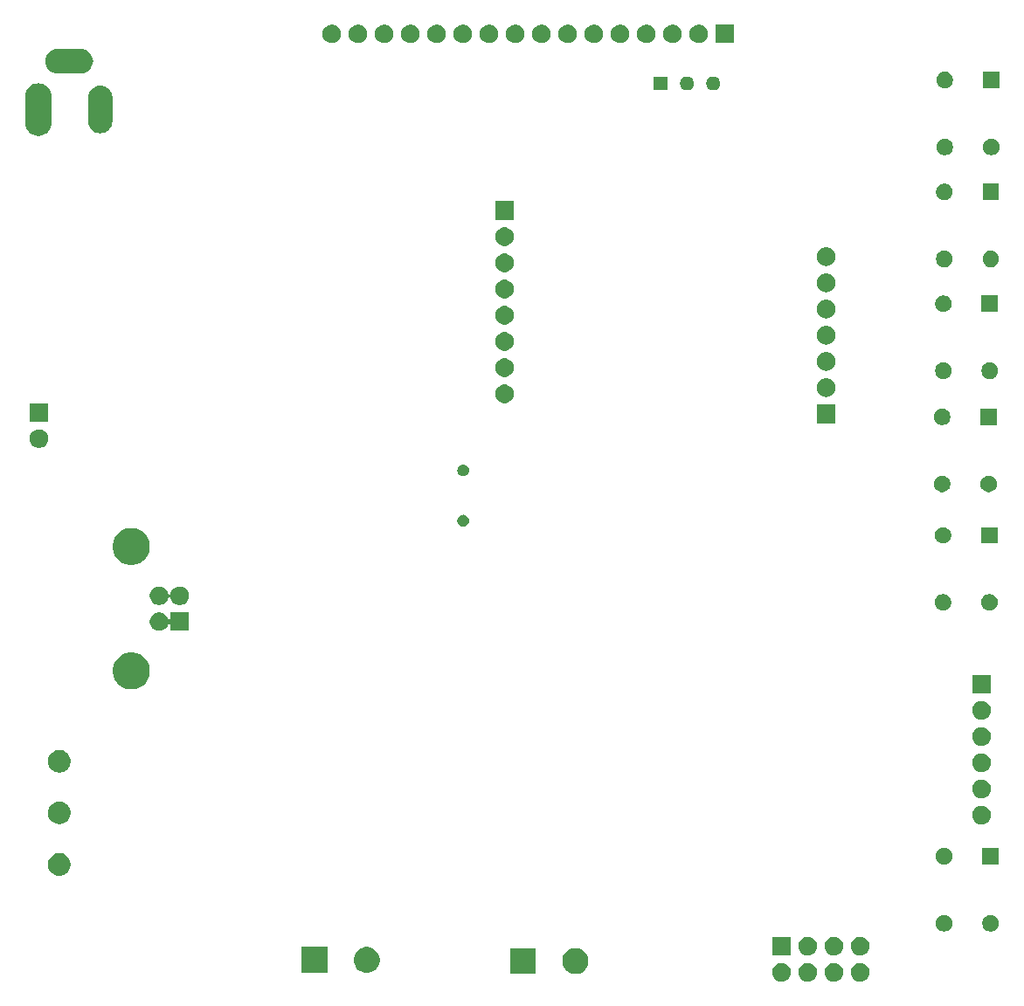
<source format=gbr>
G04 #@! TF.GenerationSoftware,KiCad,Pcbnew,(5.1.5)-3*
G04 #@! TF.CreationDate,2020-07-08T15:32:54-03:00*
G04 #@! TF.ProjectId,VH3,5648332e-6b69-4636-9164-5f7063625858,VH3*
G04 #@! TF.SameCoordinates,Original*
G04 #@! TF.FileFunction,Soldermask,Bot*
G04 #@! TF.FilePolarity,Negative*
%FSLAX46Y46*%
G04 Gerber Fmt 4.6, Leading zero omitted, Abs format (unit mm)*
G04 Created by KiCad (PCBNEW (5.1.5)-3) date 2020-07-08 15:32:54*
%MOMM*%
%LPD*%
G04 APERTURE LIST*
%ADD10C,0.100000*%
G04 APERTURE END LIST*
D10*
G36*
X181647312Y-143833127D02*
G01*
X181796612Y-143862824D01*
X181960584Y-143930744D01*
X182108154Y-144029347D01*
X182233653Y-144154846D01*
X182332256Y-144302416D01*
X182400176Y-144466388D01*
X182434800Y-144640459D01*
X182434800Y-144817941D01*
X182400176Y-144992012D01*
X182332256Y-145155984D01*
X182233653Y-145303554D01*
X182108154Y-145429053D01*
X181960584Y-145527656D01*
X181796612Y-145595576D01*
X181647312Y-145625273D01*
X181622542Y-145630200D01*
X181445058Y-145630200D01*
X181420288Y-145625273D01*
X181270988Y-145595576D01*
X181107016Y-145527656D01*
X180959446Y-145429053D01*
X180833947Y-145303554D01*
X180735344Y-145155984D01*
X180667424Y-144992012D01*
X180632800Y-144817941D01*
X180632800Y-144640459D01*
X180667424Y-144466388D01*
X180735344Y-144302416D01*
X180833947Y-144154846D01*
X180959446Y-144029347D01*
X181107016Y-143930744D01*
X181270988Y-143862824D01*
X181420288Y-143833127D01*
X181445058Y-143828200D01*
X181622542Y-143828200D01*
X181647312Y-143833127D01*
G37*
G36*
X179107312Y-143833127D02*
G01*
X179256612Y-143862824D01*
X179420584Y-143930744D01*
X179568154Y-144029347D01*
X179693653Y-144154846D01*
X179792256Y-144302416D01*
X179860176Y-144466388D01*
X179894800Y-144640459D01*
X179894800Y-144817941D01*
X179860176Y-144992012D01*
X179792256Y-145155984D01*
X179693653Y-145303554D01*
X179568154Y-145429053D01*
X179420584Y-145527656D01*
X179256612Y-145595576D01*
X179107312Y-145625273D01*
X179082542Y-145630200D01*
X178905058Y-145630200D01*
X178880288Y-145625273D01*
X178730988Y-145595576D01*
X178567016Y-145527656D01*
X178419446Y-145429053D01*
X178293947Y-145303554D01*
X178195344Y-145155984D01*
X178127424Y-144992012D01*
X178092800Y-144817941D01*
X178092800Y-144640459D01*
X178127424Y-144466388D01*
X178195344Y-144302416D01*
X178293947Y-144154846D01*
X178419446Y-144029347D01*
X178567016Y-143930744D01*
X178730988Y-143862824D01*
X178880288Y-143833127D01*
X178905058Y-143828200D01*
X179082542Y-143828200D01*
X179107312Y-143833127D01*
G37*
G36*
X176567312Y-143833127D02*
G01*
X176716612Y-143862824D01*
X176880584Y-143930744D01*
X177028154Y-144029347D01*
X177153653Y-144154846D01*
X177252256Y-144302416D01*
X177320176Y-144466388D01*
X177354800Y-144640459D01*
X177354800Y-144817941D01*
X177320176Y-144992012D01*
X177252256Y-145155984D01*
X177153653Y-145303554D01*
X177028154Y-145429053D01*
X176880584Y-145527656D01*
X176716612Y-145595576D01*
X176567312Y-145625273D01*
X176542542Y-145630200D01*
X176365058Y-145630200D01*
X176340288Y-145625273D01*
X176190988Y-145595576D01*
X176027016Y-145527656D01*
X175879446Y-145429053D01*
X175753947Y-145303554D01*
X175655344Y-145155984D01*
X175587424Y-144992012D01*
X175552800Y-144817941D01*
X175552800Y-144640459D01*
X175587424Y-144466388D01*
X175655344Y-144302416D01*
X175753947Y-144154846D01*
X175879446Y-144029347D01*
X176027016Y-143930744D01*
X176190988Y-143862824D01*
X176340288Y-143833127D01*
X176365058Y-143828200D01*
X176542542Y-143828200D01*
X176567312Y-143833127D01*
G37*
G36*
X174027312Y-143833127D02*
G01*
X174176612Y-143862824D01*
X174340584Y-143930744D01*
X174488154Y-144029347D01*
X174613653Y-144154846D01*
X174712256Y-144302416D01*
X174780176Y-144466388D01*
X174814800Y-144640459D01*
X174814800Y-144817941D01*
X174780176Y-144992012D01*
X174712256Y-145155984D01*
X174613653Y-145303554D01*
X174488154Y-145429053D01*
X174340584Y-145527656D01*
X174176612Y-145595576D01*
X174027312Y-145625273D01*
X174002542Y-145630200D01*
X173825058Y-145630200D01*
X173800288Y-145625273D01*
X173650988Y-145595576D01*
X173487016Y-145527656D01*
X173339446Y-145429053D01*
X173213947Y-145303554D01*
X173115344Y-145155984D01*
X173047424Y-144992012D01*
X173012800Y-144817941D01*
X173012800Y-144640459D01*
X173047424Y-144466388D01*
X173115344Y-144302416D01*
X173213947Y-144154846D01*
X173339446Y-144029347D01*
X173487016Y-143930744D01*
X173650988Y-143862824D01*
X173800288Y-143833127D01*
X173825058Y-143828200D01*
X174002542Y-143828200D01*
X174027312Y-143833127D01*
G37*
G36*
X150115320Y-144893080D02*
G01*
X147613320Y-144893080D01*
X147613320Y-142391080D01*
X150115320Y-142391080D01*
X150115320Y-144893080D01*
G37*
G36*
X154309223Y-142439155D02*
G01*
X154536891Y-142533458D01*
X154741786Y-142670365D01*
X154916035Y-142844614D01*
X155052942Y-143049509D01*
X155147245Y-143277177D01*
X155195320Y-143518867D01*
X155195320Y-143765293D01*
X155147245Y-144006983D01*
X155052942Y-144234651D01*
X154916035Y-144439546D01*
X154741786Y-144613795D01*
X154536891Y-144750702D01*
X154536890Y-144750703D01*
X154536889Y-144750703D01*
X154309223Y-144845005D01*
X154067534Y-144893080D01*
X153821106Y-144893080D01*
X153579417Y-144845005D01*
X153351751Y-144750703D01*
X153351750Y-144750703D01*
X153351749Y-144750702D01*
X153146854Y-144613795D01*
X152972605Y-144439546D01*
X152835698Y-144234651D01*
X152741395Y-144006983D01*
X152693320Y-143765293D01*
X152693320Y-143518867D01*
X152741395Y-143277177D01*
X152835698Y-143049509D01*
X152972605Y-142844614D01*
X153146854Y-142670365D01*
X153351749Y-142533458D01*
X153579417Y-142439155D01*
X153821106Y-142391080D01*
X154067534Y-142391080D01*
X154309223Y-142439155D01*
G37*
G36*
X134095903Y-142332475D02*
G01*
X134237389Y-142391080D01*
X134323571Y-142426778D01*
X134528466Y-142563685D01*
X134702715Y-142737934D01*
X134839622Y-142942829D01*
X134933925Y-143170497D01*
X134982000Y-143412187D01*
X134982000Y-143658613D01*
X134933925Y-143900303D01*
X134839622Y-144127971D01*
X134702715Y-144332866D01*
X134528466Y-144507115D01*
X134323571Y-144644022D01*
X134323570Y-144644023D01*
X134323569Y-144644023D01*
X134095903Y-144738325D01*
X133854214Y-144786400D01*
X133607786Y-144786400D01*
X133366097Y-144738325D01*
X133138431Y-144644023D01*
X133138430Y-144644023D01*
X133138429Y-144644022D01*
X132933534Y-144507115D01*
X132759285Y-144332866D01*
X132622378Y-144127971D01*
X132528075Y-143900303D01*
X132480000Y-143658613D01*
X132480000Y-143412187D01*
X132528075Y-143170497D01*
X132622378Y-142942829D01*
X132759285Y-142737934D01*
X132933534Y-142563685D01*
X133138429Y-142426778D01*
X133224612Y-142391080D01*
X133366097Y-142332475D01*
X133607786Y-142284400D01*
X133854214Y-142284400D01*
X134095903Y-142332475D01*
G37*
G36*
X129902000Y-144786400D02*
G01*
X127400000Y-144786400D01*
X127400000Y-142284400D01*
X129902000Y-142284400D01*
X129902000Y-144786400D01*
G37*
G36*
X176567312Y-141293127D02*
G01*
X176716612Y-141322824D01*
X176880584Y-141390744D01*
X177028154Y-141489347D01*
X177153653Y-141614846D01*
X177252256Y-141762416D01*
X177320176Y-141926388D01*
X177354800Y-142100459D01*
X177354800Y-142277941D01*
X177320176Y-142452012D01*
X177252256Y-142615984D01*
X177153653Y-142763554D01*
X177028154Y-142889053D01*
X176880584Y-142987656D01*
X176716612Y-143055576D01*
X176567312Y-143085273D01*
X176542542Y-143090200D01*
X176365058Y-143090200D01*
X176340288Y-143085273D01*
X176190988Y-143055576D01*
X176027016Y-142987656D01*
X175879446Y-142889053D01*
X175753947Y-142763554D01*
X175655344Y-142615984D01*
X175587424Y-142452012D01*
X175552800Y-142277941D01*
X175552800Y-142100459D01*
X175587424Y-141926388D01*
X175655344Y-141762416D01*
X175753947Y-141614846D01*
X175879446Y-141489347D01*
X176027016Y-141390744D01*
X176190988Y-141322824D01*
X176340288Y-141293127D01*
X176365058Y-141288200D01*
X176542542Y-141288200D01*
X176567312Y-141293127D01*
G37*
G36*
X174814800Y-143090200D02*
G01*
X173012800Y-143090200D01*
X173012800Y-141288200D01*
X174814800Y-141288200D01*
X174814800Y-143090200D01*
G37*
G36*
X181647312Y-141293127D02*
G01*
X181796612Y-141322824D01*
X181960584Y-141390744D01*
X182108154Y-141489347D01*
X182233653Y-141614846D01*
X182332256Y-141762416D01*
X182400176Y-141926388D01*
X182434800Y-142100459D01*
X182434800Y-142277941D01*
X182400176Y-142452012D01*
X182332256Y-142615984D01*
X182233653Y-142763554D01*
X182108154Y-142889053D01*
X181960584Y-142987656D01*
X181796612Y-143055576D01*
X181647312Y-143085273D01*
X181622542Y-143090200D01*
X181445058Y-143090200D01*
X181420288Y-143085273D01*
X181270988Y-143055576D01*
X181107016Y-142987656D01*
X180959446Y-142889053D01*
X180833947Y-142763554D01*
X180735344Y-142615984D01*
X180667424Y-142452012D01*
X180632800Y-142277941D01*
X180632800Y-142100459D01*
X180667424Y-141926388D01*
X180735344Y-141762416D01*
X180833947Y-141614846D01*
X180959446Y-141489347D01*
X181107016Y-141390744D01*
X181270988Y-141322824D01*
X181420288Y-141293127D01*
X181445058Y-141288200D01*
X181622542Y-141288200D01*
X181647312Y-141293127D01*
G37*
G36*
X179107312Y-141293127D02*
G01*
X179256612Y-141322824D01*
X179420584Y-141390744D01*
X179568154Y-141489347D01*
X179693653Y-141614846D01*
X179792256Y-141762416D01*
X179860176Y-141926388D01*
X179894800Y-142100459D01*
X179894800Y-142277941D01*
X179860176Y-142452012D01*
X179792256Y-142615984D01*
X179693653Y-142763554D01*
X179568154Y-142889053D01*
X179420584Y-142987656D01*
X179256612Y-143055576D01*
X179107312Y-143085273D01*
X179082542Y-143090200D01*
X178905058Y-143090200D01*
X178880288Y-143085273D01*
X178730988Y-143055576D01*
X178567016Y-142987656D01*
X178419446Y-142889053D01*
X178293947Y-142763554D01*
X178195344Y-142615984D01*
X178127424Y-142452012D01*
X178092800Y-142277941D01*
X178092800Y-142100459D01*
X178127424Y-141926388D01*
X178195344Y-141762416D01*
X178293947Y-141614846D01*
X178419446Y-141489347D01*
X178567016Y-141390744D01*
X178730988Y-141322824D01*
X178880288Y-141293127D01*
X178905058Y-141288200D01*
X179082542Y-141288200D01*
X179107312Y-141293127D01*
G37*
G36*
X189905751Y-139208943D02*
G01*
X190051341Y-139269248D01*
X190182370Y-139356799D01*
X190293801Y-139468230D01*
X190381352Y-139599259D01*
X190441657Y-139744849D01*
X190472400Y-139899406D01*
X190472400Y-140056994D01*
X190441657Y-140211551D01*
X190381352Y-140357141D01*
X190293801Y-140488170D01*
X190182370Y-140599601D01*
X190051341Y-140687152D01*
X189905751Y-140747457D01*
X189751194Y-140778200D01*
X189593606Y-140778200D01*
X189439049Y-140747457D01*
X189293459Y-140687152D01*
X189162430Y-140599601D01*
X189050999Y-140488170D01*
X188963448Y-140357141D01*
X188903143Y-140211551D01*
X188872400Y-140056994D01*
X188872400Y-139899406D01*
X188903143Y-139744849D01*
X188963448Y-139599259D01*
X189050999Y-139468230D01*
X189162430Y-139356799D01*
X189293459Y-139269248D01*
X189439049Y-139208943D01*
X189593606Y-139178200D01*
X189751194Y-139178200D01*
X189905751Y-139208943D01*
G37*
G36*
X194405751Y-139208943D02*
G01*
X194551341Y-139269248D01*
X194682370Y-139356799D01*
X194793801Y-139468230D01*
X194881352Y-139599259D01*
X194941657Y-139744849D01*
X194972400Y-139899406D01*
X194972400Y-140056994D01*
X194941657Y-140211551D01*
X194881352Y-140357141D01*
X194793801Y-140488170D01*
X194682370Y-140599601D01*
X194551341Y-140687152D01*
X194405751Y-140747457D01*
X194251194Y-140778200D01*
X194093606Y-140778200D01*
X193939049Y-140747457D01*
X193793459Y-140687152D01*
X193662430Y-140599601D01*
X193550999Y-140488170D01*
X193463448Y-140357141D01*
X193403143Y-140211551D01*
X193372400Y-140056994D01*
X193372400Y-139899406D01*
X193403143Y-139744849D01*
X193463448Y-139599259D01*
X193550999Y-139468230D01*
X193662430Y-139356799D01*
X193793459Y-139269248D01*
X193939049Y-139208943D01*
X194093606Y-139178200D01*
X194251194Y-139178200D01*
X194405751Y-139208943D01*
G37*
G36*
X104151594Y-133189655D02*
G01*
X104257950Y-133210811D01*
X104458320Y-133293807D01*
X104638644Y-133414295D01*
X104792005Y-133567656D01*
X104912493Y-133747980D01*
X104995489Y-133948351D01*
X105037800Y-134161060D01*
X105037800Y-134377940D01*
X104995489Y-134590649D01*
X104912493Y-134791020D01*
X104792005Y-134971344D01*
X104638644Y-135124705D01*
X104458320Y-135245193D01*
X104358134Y-135286691D01*
X104257950Y-135328189D01*
X104151595Y-135349344D01*
X104045240Y-135370500D01*
X103828360Y-135370500D01*
X103722005Y-135349344D01*
X103615650Y-135328189D01*
X103515466Y-135286691D01*
X103415280Y-135245193D01*
X103234956Y-135124705D01*
X103081595Y-134971344D01*
X102961107Y-134791020D01*
X102878111Y-134590649D01*
X102835800Y-134377940D01*
X102835800Y-134161060D01*
X102878111Y-133948351D01*
X102961107Y-133747980D01*
X103081595Y-133567656D01*
X103234956Y-133414295D01*
X103415280Y-133293807D01*
X103615650Y-133210811D01*
X103722006Y-133189655D01*
X103828360Y-133168500D01*
X104045240Y-133168500D01*
X104151594Y-133189655D01*
G37*
G36*
X194972400Y-134278200D02*
G01*
X193372400Y-134278200D01*
X193372400Y-132678200D01*
X194972400Y-132678200D01*
X194972400Y-134278200D01*
G37*
G36*
X189905751Y-132708943D02*
G01*
X190051341Y-132769248D01*
X190182370Y-132856799D01*
X190293801Y-132968230D01*
X190381352Y-133099259D01*
X190441657Y-133244849D01*
X190472400Y-133399406D01*
X190472400Y-133556994D01*
X190441657Y-133711551D01*
X190381352Y-133857141D01*
X190293801Y-133988170D01*
X190182370Y-134099601D01*
X190051341Y-134187152D01*
X189905751Y-134247457D01*
X189751194Y-134278200D01*
X189593606Y-134278200D01*
X189439049Y-134247457D01*
X189293459Y-134187152D01*
X189162430Y-134099601D01*
X189050999Y-133988170D01*
X188963448Y-133857141D01*
X188903143Y-133711551D01*
X188872400Y-133556994D01*
X188872400Y-133399406D01*
X188903143Y-133244849D01*
X188963448Y-133099259D01*
X189050999Y-132968230D01*
X189162430Y-132856799D01*
X189293459Y-132769248D01*
X189439049Y-132708943D01*
X189593606Y-132678200D01*
X189751194Y-132678200D01*
X189905751Y-132708943D01*
G37*
G36*
X193407512Y-128593127D02*
G01*
X193556812Y-128622824D01*
X193720784Y-128690744D01*
X193868354Y-128789347D01*
X193993853Y-128914846D01*
X194092456Y-129062416D01*
X194160376Y-129226388D01*
X194195000Y-129400459D01*
X194195000Y-129577941D01*
X194160376Y-129752012D01*
X194092456Y-129915984D01*
X193993853Y-130063554D01*
X193868354Y-130189053D01*
X193720784Y-130287656D01*
X193556812Y-130355576D01*
X193407512Y-130385273D01*
X193382742Y-130390200D01*
X193205258Y-130390200D01*
X193180488Y-130385273D01*
X193031188Y-130355576D01*
X192867216Y-130287656D01*
X192719646Y-130189053D01*
X192594147Y-130063554D01*
X192495544Y-129915984D01*
X192427624Y-129752012D01*
X192393000Y-129577941D01*
X192393000Y-129400459D01*
X192427624Y-129226388D01*
X192495544Y-129062416D01*
X192594147Y-128914846D01*
X192719646Y-128789347D01*
X192867216Y-128690744D01*
X193031188Y-128622824D01*
X193180488Y-128593127D01*
X193205258Y-128588200D01*
X193382742Y-128588200D01*
X193407512Y-128593127D01*
G37*
G36*
X104151594Y-128189655D02*
G01*
X104257950Y-128210811D01*
X104358134Y-128252309D01*
X104458320Y-128293807D01*
X104638644Y-128414295D01*
X104792005Y-128567656D01*
X104912493Y-128747980D01*
X104929628Y-128789348D01*
X104981612Y-128914847D01*
X104995489Y-128948351D01*
X105037800Y-129161060D01*
X105037800Y-129377940D01*
X104995489Y-129590649D01*
X104912493Y-129791020D01*
X104792005Y-129971344D01*
X104638644Y-130124705D01*
X104458320Y-130245193D01*
X104257950Y-130328189D01*
X104151595Y-130349344D01*
X104045240Y-130370500D01*
X103828360Y-130370500D01*
X103722005Y-130349344D01*
X103615650Y-130328189D01*
X103415280Y-130245193D01*
X103234956Y-130124705D01*
X103081595Y-129971344D01*
X102961107Y-129791020D01*
X102878111Y-129590649D01*
X102835800Y-129377940D01*
X102835800Y-129161060D01*
X102878111Y-128948351D01*
X102891989Y-128914847D01*
X102943972Y-128789348D01*
X102961107Y-128747980D01*
X103081595Y-128567656D01*
X103234956Y-128414295D01*
X103415280Y-128293807D01*
X103515466Y-128252309D01*
X103615650Y-128210811D01*
X103722006Y-128189655D01*
X103828360Y-128168500D01*
X104045240Y-128168500D01*
X104151594Y-128189655D01*
G37*
G36*
X193407512Y-126053127D02*
G01*
X193556812Y-126082824D01*
X193720784Y-126150744D01*
X193868354Y-126249347D01*
X193993853Y-126374846D01*
X194092456Y-126522416D01*
X194160376Y-126686388D01*
X194195000Y-126860459D01*
X194195000Y-127037941D01*
X194160376Y-127212012D01*
X194092456Y-127375984D01*
X193993853Y-127523554D01*
X193868354Y-127649053D01*
X193720784Y-127747656D01*
X193556812Y-127815576D01*
X193407512Y-127845273D01*
X193382742Y-127850200D01*
X193205258Y-127850200D01*
X193180488Y-127845273D01*
X193031188Y-127815576D01*
X192867216Y-127747656D01*
X192719646Y-127649053D01*
X192594147Y-127523554D01*
X192495544Y-127375984D01*
X192427624Y-127212012D01*
X192393000Y-127037941D01*
X192393000Y-126860459D01*
X192427624Y-126686388D01*
X192495544Y-126522416D01*
X192594147Y-126374846D01*
X192719646Y-126249347D01*
X192867216Y-126150744D01*
X193031188Y-126082824D01*
X193180488Y-126053127D01*
X193205258Y-126048200D01*
X193382742Y-126048200D01*
X193407512Y-126053127D01*
G37*
G36*
X104151595Y-123189656D02*
G01*
X104257950Y-123210811D01*
X104458320Y-123293807D01*
X104638644Y-123414295D01*
X104792005Y-123567656D01*
X104912493Y-123747980D01*
X104912493Y-123747981D01*
X104995489Y-123948350D01*
X105016645Y-124054706D01*
X105034882Y-124146388D01*
X105037800Y-124161061D01*
X105037800Y-124377939D01*
X104995489Y-124590650D01*
X104953991Y-124690834D01*
X104912493Y-124791020D01*
X104792005Y-124971344D01*
X104638644Y-125124705D01*
X104458320Y-125245193D01*
X104358134Y-125286691D01*
X104257950Y-125328189D01*
X104151595Y-125349344D01*
X104045240Y-125370500D01*
X103828360Y-125370500D01*
X103722005Y-125349344D01*
X103615650Y-125328189D01*
X103515466Y-125286691D01*
X103415280Y-125245193D01*
X103234956Y-125124705D01*
X103081595Y-124971344D01*
X102961107Y-124791020D01*
X102919609Y-124690834D01*
X102878111Y-124590650D01*
X102835800Y-124377939D01*
X102835800Y-124161061D01*
X102838719Y-124146388D01*
X102856955Y-124054706D01*
X102878111Y-123948350D01*
X102961107Y-123747981D01*
X102961107Y-123747980D01*
X103081595Y-123567656D01*
X103234956Y-123414295D01*
X103415280Y-123293807D01*
X103615650Y-123210811D01*
X103722005Y-123189656D01*
X103828360Y-123168500D01*
X104045240Y-123168500D01*
X104151595Y-123189656D01*
G37*
G36*
X193407512Y-123513127D02*
G01*
X193556812Y-123542824D01*
X193720784Y-123610744D01*
X193868354Y-123709347D01*
X193993853Y-123834846D01*
X194092456Y-123982416D01*
X194160376Y-124146388D01*
X194195000Y-124320459D01*
X194195000Y-124497941D01*
X194160376Y-124672012D01*
X194092456Y-124835984D01*
X193993853Y-124983554D01*
X193868354Y-125109053D01*
X193720784Y-125207656D01*
X193556812Y-125275576D01*
X193407512Y-125305273D01*
X193382742Y-125310200D01*
X193205258Y-125310200D01*
X193180488Y-125305273D01*
X193031188Y-125275576D01*
X192867216Y-125207656D01*
X192719646Y-125109053D01*
X192594147Y-124983554D01*
X192495544Y-124835984D01*
X192427624Y-124672012D01*
X192393000Y-124497941D01*
X192393000Y-124320459D01*
X192427624Y-124146388D01*
X192495544Y-123982416D01*
X192594147Y-123834846D01*
X192719646Y-123709347D01*
X192867216Y-123610744D01*
X193031188Y-123542824D01*
X193180488Y-123513127D01*
X193205258Y-123508200D01*
X193382742Y-123508200D01*
X193407512Y-123513127D01*
G37*
G36*
X193407512Y-120973127D02*
G01*
X193556812Y-121002824D01*
X193720784Y-121070744D01*
X193868354Y-121169347D01*
X193993853Y-121294846D01*
X194092456Y-121442416D01*
X194160376Y-121606388D01*
X194195000Y-121780459D01*
X194195000Y-121957941D01*
X194160376Y-122132012D01*
X194092456Y-122295984D01*
X193993853Y-122443554D01*
X193868354Y-122569053D01*
X193720784Y-122667656D01*
X193556812Y-122735576D01*
X193407512Y-122765273D01*
X193382742Y-122770200D01*
X193205258Y-122770200D01*
X193180488Y-122765273D01*
X193031188Y-122735576D01*
X192867216Y-122667656D01*
X192719646Y-122569053D01*
X192594147Y-122443554D01*
X192495544Y-122295984D01*
X192427624Y-122132012D01*
X192393000Y-121957941D01*
X192393000Y-121780459D01*
X192427624Y-121606388D01*
X192495544Y-121442416D01*
X192594147Y-121294846D01*
X192719646Y-121169347D01*
X192867216Y-121070744D01*
X193031188Y-121002824D01*
X193180488Y-120973127D01*
X193205258Y-120968200D01*
X193382742Y-120968200D01*
X193407512Y-120973127D01*
G37*
G36*
X193407512Y-118433127D02*
G01*
X193556812Y-118462824D01*
X193720784Y-118530744D01*
X193868354Y-118629347D01*
X193993853Y-118754846D01*
X194092456Y-118902416D01*
X194160376Y-119066388D01*
X194195000Y-119240459D01*
X194195000Y-119417941D01*
X194160376Y-119592012D01*
X194092456Y-119755984D01*
X193993853Y-119903554D01*
X193868354Y-120029053D01*
X193720784Y-120127656D01*
X193556812Y-120195576D01*
X193407512Y-120225273D01*
X193382742Y-120230200D01*
X193205258Y-120230200D01*
X193180488Y-120225273D01*
X193031188Y-120195576D01*
X192867216Y-120127656D01*
X192719646Y-120029053D01*
X192594147Y-119903554D01*
X192495544Y-119755984D01*
X192427624Y-119592012D01*
X192393000Y-119417941D01*
X192393000Y-119240459D01*
X192427624Y-119066388D01*
X192495544Y-118902416D01*
X192594147Y-118754846D01*
X192719646Y-118629347D01*
X192867216Y-118530744D01*
X193031188Y-118462824D01*
X193180488Y-118433127D01*
X193205258Y-118428200D01*
X193382742Y-118428200D01*
X193407512Y-118433127D01*
G37*
G36*
X194195000Y-117690200D02*
G01*
X192393000Y-117690200D01*
X192393000Y-115888200D01*
X194195000Y-115888200D01*
X194195000Y-117690200D01*
G37*
G36*
X111423431Y-113769511D02*
G01*
X111751192Y-113905274D01*
X112046170Y-114102372D01*
X112297028Y-114353230D01*
X112494126Y-114648208D01*
X112629889Y-114975969D01*
X112699100Y-115323916D01*
X112699100Y-115678684D01*
X112629889Y-116026631D01*
X112494126Y-116354392D01*
X112297028Y-116649370D01*
X112046170Y-116900228D01*
X111751192Y-117097326D01*
X111423431Y-117233089D01*
X111075484Y-117302300D01*
X110720716Y-117302300D01*
X110372769Y-117233089D01*
X110045008Y-117097326D01*
X109750030Y-116900228D01*
X109499172Y-116649370D01*
X109302074Y-116354392D01*
X109166311Y-116026631D01*
X109097100Y-115678684D01*
X109097100Y-115323916D01*
X109166311Y-114975969D01*
X109302074Y-114648208D01*
X109499172Y-114353230D01*
X109750030Y-114102372D01*
X110045008Y-113905274D01*
X110372769Y-113769511D01*
X110720716Y-113700300D01*
X111075484Y-113700300D01*
X111423431Y-113769511D01*
G37*
G36*
X113721612Y-109835227D02*
G01*
X113870912Y-109864924D01*
X114034884Y-109932844D01*
X114182454Y-110031447D01*
X114307953Y-110156946D01*
X114406556Y-110304516D01*
X114466623Y-110449529D01*
X114478168Y-110471129D01*
X114493713Y-110490071D01*
X114512655Y-110505616D01*
X114534266Y-110517167D01*
X114557715Y-110524280D01*
X114582101Y-110526682D01*
X114606487Y-110524280D01*
X114629936Y-110517167D01*
X114651547Y-110505616D01*
X114670489Y-110490071D01*
X114686034Y-110471129D01*
X114697585Y-110449518D01*
X114704698Y-110426069D01*
X114707100Y-110401683D01*
X114707100Y-109830300D01*
X116509100Y-109830300D01*
X116509100Y-111632300D01*
X114707100Y-111632300D01*
X114707100Y-111060917D01*
X114704698Y-111036531D01*
X114697585Y-111013082D01*
X114686034Y-110991471D01*
X114670489Y-110972529D01*
X114651547Y-110956984D01*
X114629936Y-110945433D01*
X114606487Y-110938320D01*
X114582101Y-110935918D01*
X114557715Y-110938320D01*
X114534266Y-110945433D01*
X114512655Y-110956984D01*
X114493713Y-110972529D01*
X114478168Y-110991471D01*
X114466623Y-111013071D01*
X114406556Y-111158084D01*
X114307953Y-111305654D01*
X114182454Y-111431153D01*
X114034884Y-111529756D01*
X113870912Y-111597676D01*
X113721612Y-111627373D01*
X113696842Y-111632300D01*
X113519358Y-111632300D01*
X113494588Y-111627373D01*
X113345288Y-111597676D01*
X113181316Y-111529756D01*
X113033746Y-111431153D01*
X112908247Y-111305654D01*
X112809644Y-111158084D01*
X112741724Y-110994112D01*
X112707100Y-110820041D01*
X112707100Y-110642559D01*
X112741724Y-110468488D01*
X112809644Y-110304516D01*
X112908247Y-110156946D01*
X113033746Y-110031447D01*
X113181316Y-109932844D01*
X113345288Y-109864924D01*
X113494588Y-109835227D01*
X113519358Y-109830300D01*
X113696842Y-109830300D01*
X113721612Y-109835227D01*
G37*
G36*
X189804151Y-108093943D02*
G01*
X189949741Y-108154248D01*
X190080770Y-108241799D01*
X190192201Y-108353230D01*
X190279752Y-108484259D01*
X190340057Y-108629849D01*
X190370800Y-108784406D01*
X190370800Y-108941994D01*
X190340057Y-109096551D01*
X190279752Y-109242141D01*
X190192201Y-109373170D01*
X190080770Y-109484601D01*
X189949741Y-109572152D01*
X189804151Y-109632457D01*
X189649594Y-109663200D01*
X189492006Y-109663200D01*
X189337449Y-109632457D01*
X189191859Y-109572152D01*
X189060830Y-109484601D01*
X188949399Y-109373170D01*
X188861848Y-109242141D01*
X188801543Y-109096551D01*
X188770800Y-108941994D01*
X188770800Y-108784406D01*
X188801543Y-108629849D01*
X188861848Y-108484259D01*
X188949399Y-108353230D01*
X189060830Y-108241799D01*
X189191859Y-108154248D01*
X189337449Y-108093943D01*
X189492006Y-108063200D01*
X189649594Y-108063200D01*
X189804151Y-108093943D01*
G37*
G36*
X194304151Y-108093943D02*
G01*
X194449741Y-108154248D01*
X194580770Y-108241799D01*
X194692201Y-108353230D01*
X194779752Y-108484259D01*
X194840057Y-108629849D01*
X194870800Y-108784406D01*
X194870800Y-108941994D01*
X194840057Y-109096551D01*
X194779752Y-109242141D01*
X194692201Y-109373170D01*
X194580770Y-109484601D01*
X194449741Y-109572152D01*
X194304151Y-109632457D01*
X194149594Y-109663200D01*
X193992006Y-109663200D01*
X193837449Y-109632457D01*
X193691859Y-109572152D01*
X193560830Y-109484601D01*
X193449399Y-109373170D01*
X193361848Y-109242141D01*
X193301543Y-109096551D01*
X193270800Y-108941994D01*
X193270800Y-108784406D01*
X193301543Y-108629849D01*
X193361848Y-108484259D01*
X193449399Y-108353230D01*
X193560830Y-108241799D01*
X193691859Y-108154248D01*
X193837449Y-108093943D01*
X193992006Y-108063200D01*
X194149594Y-108063200D01*
X194304151Y-108093943D01*
G37*
G36*
X113721612Y-107335227D02*
G01*
X113870912Y-107364924D01*
X114034884Y-107432844D01*
X114182454Y-107531447D01*
X114307953Y-107656946D01*
X114406556Y-107804516D01*
X114474476Y-107968488D01*
X114485505Y-108023938D01*
X114492616Y-108047378D01*
X114504167Y-108068989D01*
X114519713Y-108087931D01*
X114538655Y-108103476D01*
X114560265Y-108115027D01*
X114583714Y-108122140D01*
X114608100Y-108124542D01*
X114632487Y-108122140D01*
X114655935Y-108115027D01*
X114677546Y-108103476D01*
X114696488Y-108087930D01*
X114712033Y-108068988D01*
X114723584Y-108047378D01*
X114730695Y-108023938D01*
X114741724Y-107968488D01*
X114809644Y-107804516D01*
X114908247Y-107656946D01*
X115033746Y-107531447D01*
X115181316Y-107432844D01*
X115345288Y-107364924D01*
X115494588Y-107335227D01*
X115519358Y-107330300D01*
X115696842Y-107330300D01*
X115721612Y-107335227D01*
X115870912Y-107364924D01*
X116034884Y-107432844D01*
X116182454Y-107531447D01*
X116307953Y-107656946D01*
X116406556Y-107804516D01*
X116474476Y-107968488D01*
X116509100Y-108142559D01*
X116509100Y-108320041D01*
X116474476Y-108494112D01*
X116406556Y-108658084D01*
X116307953Y-108805654D01*
X116182454Y-108931153D01*
X116034884Y-109029756D01*
X115870912Y-109097676D01*
X115721612Y-109127373D01*
X115696842Y-109132300D01*
X115519358Y-109132300D01*
X115494588Y-109127373D01*
X115345288Y-109097676D01*
X115181316Y-109029756D01*
X115033746Y-108931153D01*
X114908247Y-108805654D01*
X114809644Y-108658084D01*
X114741724Y-108494112D01*
X114730695Y-108438662D01*
X114723584Y-108415222D01*
X114712033Y-108393611D01*
X114696487Y-108374669D01*
X114677545Y-108359124D01*
X114655935Y-108347573D01*
X114632486Y-108340460D01*
X114608100Y-108338058D01*
X114583713Y-108340460D01*
X114560265Y-108347573D01*
X114538654Y-108359124D01*
X114519712Y-108374670D01*
X114504167Y-108393612D01*
X114492616Y-108415222D01*
X114485505Y-108438662D01*
X114474476Y-108494112D01*
X114406556Y-108658084D01*
X114307953Y-108805654D01*
X114182454Y-108931153D01*
X114034884Y-109029756D01*
X113870912Y-109097676D01*
X113721612Y-109127373D01*
X113696842Y-109132300D01*
X113519358Y-109132300D01*
X113494588Y-109127373D01*
X113345288Y-109097676D01*
X113181316Y-109029756D01*
X113033746Y-108931153D01*
X112908247Y-108805654D01*
X112809644Y-108658084D01*
X112741724Y-108494112D01*
X112707100Y-108320041D01*
X112707100Y-108142559D01*
X112741724Y-107968488D01*
X112809644Y-107804516D01*
X112908247Y-107656946D01*
X113033746Y-107531447D01*
X113181316Y-107432844D01*
X113345288Y-107364924D01*
X113494588Y-107335227D01*
X113519358Y-107330300D01*
X113696842Y-107330300D01*
X113721612Y-107335227D01*
G37*
G36*
X111423431Y-101729511D02*
G01*
X111751192Y-101865274D01*
X112046170Y-102062372D01*
X112297028Y-102313230D01*
X112494126Y-102608208D01*
X112629889Y-102935969D01*
X112699100Y-103283916D01*
X112699100Y-103638684D01*
X112629889Y-103986631D01*
X112494126Y-104314392D01*
X112297028Y-104609370D01*
X112046170Y-104860228D01*
X111751192Y-105057326D01*
X111423431Y-105193089D01*
X111075484Y-105262300D01*
X110720716Y-105262300D01*
X110372769Y-105193089D01*
X110045008Y-105057326D01*
X109750030Y-104860228D01*
X109499172Y-104609370D01*
X109302074Y-104314392D01*
X109166311Y-103986631D01*
X109097100Y-103638684D01*
X109097100Y-103283916D01*
X109166311Y-102935969D01*
X109302074Y-102608208D01*
X109499172Y-102313230D01*
X109750030Y-102062372D01*
X110045008Y-101865274D01*
X110372769Y-101729511D01*
X110720716Y-101660300D01*
X111075484Y-101660300D01*
X111423431Y-101729511D01*
G37*
G36*
X189804151Y-101593943D02*
G01*
X189949741Y-101654248D01*
X190080770Y-101741799D01*
X190192201Y-101853230D01*
X190279752Y-101984259D01*
X190340057Y-102129849D01*
X190370800Y-102284406D01*
X190370800Y-102441994D01*
X190340057Y-102596551D01*
X190279752Y-102742141D01*
X190192201Y-102873170D01*
X190080770Y-102984601D01*
X189949741Y-103072152D01*
X189804151Y-103132457D01*
X189649594Y-103163200D01*
X189492006Y-103163200D01*
X189337449Y-103132457D01*
X189191859Y-103072152D01*
X189060830Y-102984601D01*
X188949399Y-102873170D01*
X188861848Y-102742141D01*
X188801543Y-102596551D01*
X188770800Y-102441994D01*
X188770800Y-102284406D01*
X188801543Y-102129849D01*
X188861848Y-101984259D01*
X188949399Y-101853230D01*
X189060830Y-101741799D01*
X189191859Y-101654248D01*
X189337449Y-101593943D01*
X189492006Y-101563200D01*
X189649594Y-101563200D01*
X189804151Y-101593943D01*
G37*
G36*
X194870800Y-103163200D02*
G01*
X193270800Y-103163200D01*
X193270800Y-101563200D01*
X194870800Y-101563200D01*
X194870800Y-103163200D01*
G37*
G36*
X143188621Y-100386075D02*
G01*
X143243296Y-100396951D01*
X143346302Y-100439617D01*
X143439004Y-100501559D01*
X143517841Y-100580396D01*
X143579783Y-100673098D01*
X143622449Y-100776104D01*
X143644200Y-100885454D01*
X143644200Y-100996946D01*
X143622449Y-101106296D01*
X143579783Y-101209302D01*
X143517841Y-101302004D01*
X143439004Y-101380841D01*
X143346302Y-101442783D01*
X143243296Y-101485449D01*
X143188621Y-101496324D01*
X143133947Y-101507200D01*
X143022453Y-101507200D01*
X142967779Y-101496324D01*
X142913104Y-101485449D01*
X142810098Y-101442783D01*
X142717396Y-101380841D01*
X142638559Y-101302004D01*
X142576617Y-101209302D01*
X142533951Y-101106296D01*
X142512200Y-100996946D01*
X142512200Y-100885454D01*
X142533951Y-100776104D01*
X142576617Y-100673098D01*
X142638559Y-100580396D01*
X142717396Y-100501559D01*
X142810098Y-100439617D01*
X142913104Y-100396951D01*
X142967779Y-100386076D01*
X143022453Y-100375200D01*
X143133947Y-100375200D01*
X143188621Y-100386075D01*
G37*
G36*
X194227951Y-96613143D02*
G01*
X194373541Y-96673448D01*
X194504570Y-96760999D01*
X194616001Y-96872430D01*
X194703552Y-97003459D01*
X194763857Y-97149049D01*
X194794600Y-97303606D01*
X194794600Y-97461194D01*
X194763857Y-97615751D01*
X194703552Y-97761341D01*
X194616001Y-97892370D01*
X194504570Y-98003801D01*
X194373541Y-98091352D01*
X194227951Y-98151657D01*
X194073394Y-98182400D01*
X193915806Y-98182400D01*
X193761249Y-98151657D01*
X193615659Y-98091352D01*
X193484630Y-98003801D01*
X193373199Y-97892370D01*
X193285648Y-97761341D01*
X193225343Y-97615751D01*
X193194600Y-97461194D01*
X193194600Y-97303606D01*
X193225343Y-97149049D01*
X193285648Y-97003459D01*
X193373199Y-96872430D01*
X193484630Y-96760999D01*
X193615659Y-96673448D01*
X193761249Y-96613143D01*
X193915806Y-96582400D01*
X194073394Y-96582400D01*
X194227951Y-96613143D01*
G37*
G36*
X189727951Y-96613143D02*
G01*
X189873541Y-96673448D01*
X190004570Y-96760999D01*
X190116001Y-96872430D01*
X190203552Y-97003459D01*
X190263857Y-97149049D01*
X190294600Y-97303606D01*
X190294600Y-97461194D01*
X190263857Y-97615751D01*
X190203552Y-97761341D01*
X190116001Y-97892370D01*
X190004570Y-98003801D01*
X189873541Y-98091352D01*
X189727951Y-98151657D01*
X189573394Y-98182400D01*
X189415806Y-98182400D01*
X189261249Y-98151657D01*
X189115659Y-98091352D01*
X188984630Y-98003801D01*
X188873199Y-97892370D01*
X188785648Y-97761341D01*
X188725343Y-97615751D01*
X188694600Y-97461194D01*
X188694600Y-97303606D01*
X188725343Y-97149049D01*
X188785648Y-97003459D01*
X188873199Y-96872430D01*
X188984630Y-96760999D01*
X189115659Y-96673448D01*
X189261249Y-96613143D01*
X189415806Y-96582400D01*
X189573394Y-96582400D01*
X189727951Y-96613143D01*
G37*
G36*
X143188621Y-95506076D02*
G01*
X143243296Y-95516951D01*
X143346302Y-95559617D01*
X143439004Y-95621559D01*
X143517841Y-95700396D01*
X143579783Y-95793098D01*
X143622449Y-95896104D01*
X143644200Y-96005454D01*
X143644200Y-96116946D01*
X143622449Y-96226296D01*
X143579783Y-96329302D01*
X143517841Y-96422004D01*
X143439004Y-96500841D01*
X143346302Y-96562783D01*
X143243296Y-96605449D01*
X143188621Y-96616325D01*
X143133947Y-96627200D01*
X143022453Y-96627200D01*
X142967779Y-96616325D01*
X142913104Y-96605449D01*
X142810098Y-96562783D01*
X142717396Y-96500841D01*
X142638559Y-96422004D01*
X142576617Y-96329302D01*
X142533951Y-96226296D01*
X142512200Y-96116946D01*
X142512200Y-96005454D01*
X142533951Y-95896104D01*
X142576617Y-95793098D01*
X142638559Y-95700396D01*
X142717396Y-95621559D01*
X142810098Y-95559617D01*
X142913104Y-95516951D01*
X142967779Y-95506075D01*
X143022453Y-95495200D01*
X143133947Y-95495200D01*
X143188621Y-95506076D01*
G37*
G36*
X102081812Y-92093327D02*
G01*
X102231112Y-92123024D01*
X102395084Y-92190944D01*
X102542654Y-92289547D01*
X102668153Y-92415046D01*
X102766756Y-92562616D01*
X102834676Y-92726588D01*
X102869300Y-92900659D01*
X102869300Y-93078141D01*
X102834676Y-93252212D01*
X102766756Y-93416184D01*
X102668153Y-93563754D01*
X102542654Y-93689253D01*
X102395084Y-93787856D01*
X102231112Y-93855776D01*
X102081812Y-93885473D01*
X102057042Y-93890400D01*
X101879558Y-93890400D01*
X101854788Y-93885473D01*
X101705488Y-93855776D01*
X101541516Y-93787856D01*
X101393946Y-93689253D01*
X101268447Y-93563754D01*
X101169844Y-93416184D01*
X101101924Y-93252212D01*
X101067300Y-93078141D01*
X101067300Y-92900659D01*
X101101924Y-92726588D01*
X101169844Y-92562616D01*
X101268447Y-92415046D01*
X101393946Y-92289547D01*
X101541516Y-92190944D01*
X101705488Y-92123024D01*
X101854788Y-92093327D01*
X101879558Y-92088400D01*
X102057042Y-92088400D01*
X102081812Y-92093327D01*
G37*
G36*
X194794600Y-91682400D02*
G01*
X193194600Y-91682400D01*
X193194600Y-90082400D01*
X194794600Y-90082400D01*
X194794600Y-91682400D01*
G37*
G36*
X189727951Y-90113143D02*
G01*
X189873541Y-90173448D01*
X190004570Y-90260999D01*
X190116001Y-90372430D01*
X190203552Y-90503459D01*
X190263857Y-90649049D01*
X190294600Y-90803606D01*
X190294600Y-90961194D01*
X190263857Y-91115751D01*
X190203552Y-91261341D01*
X190116001Y-91392370D01*
X190004570Y-91503801D01*
X189873541Y-91591352D01*
X189727951Y-91651657D01*
X189573394Y-91682400D01*
X189415806Y-91682400D01*
X189261249Y-91651657D01*
X189115659Y-91591352D01*
X188984630Y-91503801D01*
X188873199Y-91392370D01*
X188785648Y-91261341D01*
X188725343Y-91115751D01*
X188694600Y-90961194D01*
X188694600Y-90803606D01*
X188725343Y-90649049D01*
X188785648Y-90503459D01*
X188873199Y-90372430D01*
X188984630Y-90260999D01*
X189115659Y-90173448D01*
X189261249Y-90113143D01*
X189415806Y-90082400D01*
X189573394Y-90082400D01*
X189727951Y-90113143D01*
G37*
G36*
X179145500Y-91490100D02*
G01*
X177343500Y-91490100D01*
X177343500Y-89688100D01*
X179145500Y-89688100D01*
X179145500Y-91490100D01*
G37*
G36*
X102869300Y-91350400D02*
G01*
X101067300Y-91350400D01*
X101067300Y-89548400D01*
X102869300Y-89548400D01*
X102869300Y-91350400D01*
G37*
G36*
X147192212Y-87749927D02*
G01*
X147341512Y-87779624D01*
X147505484Y-87847544D01*
X147653054Y-87946147D01*
X147778553Y-88071646D01*
X147877156Y-88219216D01*
X147945076Y-88383188D01*
X147979700Y-88557259D01*
X147979700Y-88734741D01*
X147945076Y-88908812D01*
X147877156Y-89072784D01*
X147778553Y-89220354D01*
X147653054Y-89345853D01*
X147505484Y-89444456D01*
X147341512Y-89512376D01*
X147192212Y-89542073D01*
X147167442Y-89547000D01*
X146989958Y-89547000D01*
X146965188Y-89542073D01*
X146815888Y-89512376D01*
X146651916Y-89444456D01*
X146504346Y-89345853D01*
X146378847Y-89220354D01*
X146280244Y-89072784D01*
X146212324Y-88908812D01*
X146177700Y-88734741D01*
X146177700Y-88557259D01*
X146212324Y-88383188D01*
X146280244Y-88219216D01*
X146378847Y-88071646D01*
X146504346Y-87946147D01*
X146651916Y-87847544D01*
X146815888Y-87779624D01*
X146965188Y-87749927D01*
X146989958Y-87745000D01*
X147167442Y-87745000D01*
X147192212Y-87749927D01*
G37*
G36*
X178358012Y-87153027D02*
G01*
X178507312Y-87182724D01*
X178671284Y-87250644D01*
X178818854Y-87349247D01*
X178944353Y-87474746D01*
X179042956Y-87622316D01*
X179110876Y-87786288D01*
X179145500Y-87960359D01*
X179145500Y-88137841D01*
X179110876Y-88311912D01*
X179042956Y-88475884D01*
X178944353Y-88623454D01*
X178818854Y-88748953D01*
X178671284Y-88847556D01*
X178507312Y-88915476D01*
X178358012Y-88945173D01*
X178333242Y-88950100D01*
X178155758Y-88950100D01*
X178130988Y-88945173D01*
X177981688Y-88915476D01*
X177817716Y-88847556D01*
X177670146Y-88748953D01*
X177544647Y-88623454D01*
X177446044Y-88475884D01*
X177378124Y-88311912D01*
X177343500Y-88137841D01*
X177343500Y-87960359D01*
X177378124Y-87786288D01*
X177446044Y-87622316D01*
X177544647Y-87474746D01*
X177670146Y-87349247D01*
X177817716Y-87250644D01*
X177981688Y-87182724D01*
X178130988Y-87153027D01*
X178155758Y-87148100D01*
X178333242Y-87148100D01*
X178358012Y-87153027D01*
G37*
G36*
X189829551Y-85640343D02*
G01*
X189975141Y-85700648D01*
X190106170Y-85788199D01*
X190217601Y-85899630D01*
X190305152Y-86030659D01*
X190365457Y-86176249D01*
X190396200Y-86330806D01*
X190396200Y-86488394D01*
X190365457Y-86642951D01*
X190305152Y-86788541D01*
X190217601Y-86919570D01*
X190106170Y-87031001D01*
X189975141Y-87118552D01*
X189829551Y-87178857D01*
X189674994Y-87209600D01*
X189517406Y-87209600D01*
X189362849Y-87178857D01*
X189217259Y-87118552D01*
X189086230Y-87031001D01*
X188974799Y-86919570D01*
X188887248Y-86788541D01*
X188826943Y-86642951D01*
X188796200Y-86488394D01*
X188796200Y-86330806D01*
X188826943Y-86176249D01*
X188887248Y-86030659D01*
X188974799Y-85899630D01*
X189086230Y-85788199D01*
X189217259Y-85700648D01*
X189362849Y-85640343D01*
X189517406Y-85609600D01*
X189674994Y-85609600D01*
X189829551Y-85640343D01*
G37*
G36*
X194329551Y-85640343D02*
G01*
X194475141Y-85700648D01*
X194606170Y-85788199D01*
X194717601Y-85899630D01*
X194805152Y-86030659D01*
X194865457Y-86176249D01*
X194896200Y-86330806D01*
X194896200Y-86488394D01*
X194865457Y-86642951D01*
X194805152Y-86788541D01*
X194717601Y-86919570D01*
X194606170Y-87031001D01*
X194475141Y-87118552D01*
X194329551Y-87178857D01*
X194174994Y-87209600D01*
X194017406Y-87209600D01*
X193862849Y-87178857D01*
X193717259Y-87118552D01*
X193586230Y-87031001D01*
X193474799Y-86919570D01*
X193387248Y-86788541D01*
X193326943Y-86642951D01*
X193296200Y-86488394D01*
X193296200Y-86330806D01*
X193326943Y-86176249D01*
X193387248Y-86030659D01*
X193474799Y-85899630D01*
X193586230Y-85788199D01*
X193717259Y-85700648D01*
X193862849Y-85640343D01*
X194017406Y-85609600D01*
X194174994Y-85609600D01*
X194329551Y-85640343D01*
G37*
G36*
X147192212Y-85209927D02*
G01*
X147341512Y-85239624D01*
X147505484Y-85307544D01*
X147653054Y-85406147D01*
X147778553Y-85531646D01*
X147877156Y-85679216D01*
X147945076Y-85843188D01*
X147979700Y-86017259D01*
X147979700Y-86194741D01*
X147945076Y-86368812D01*
X147877156Y-86532784D01*
X147778553Y-86680354D01*
X147653054Y-86805853D01*
X147505484Y-86904456D01*
X147341512Y-86972376D01*
X147192212Y-87002073D01*
X147167442Y-87007000D01*
X146989958Y-87007000D01*
X146965188Y-87002073D01*
X146815888Y-86972376D01*
X146651916Y-86904456D01*
X146504346Y-86805853D01*
X146378847Y-86680354D01*
X146280244Y-86532784D01*
X146212324Y-86368812D01*
X146177700Y-86194741D01*
X146177700Y-86017259D01*
X146212324Y-85843188D01*
X146280244Y-85679216D01*
X146378847Y-85531646D01*
X146504346Y-85406147D01*
X146651916Y-85307544D01*
X146815888Y-85239624D01*
X146965188Y-85209927D01*
X146989958Y-85205000D01*
X147167442Y-85205000D01*
X147192212Y-85209927D01*
G37*
G36*
X178358012Y-84613027D02*
G01*
X178507312Y-84642724D01*
X178671284Y-84710644D01*
X178818854Y-84809247D01*
X178944353Y-84934746D01*
X179042956Y-85082316D01*
X179110876Y-85246288D01*
X179145500Y-85420359D01*
X179145500Y-85597841D01*
X179110876Y-85771912D01*
X179042956Y-85935884D01*
X178944353Y-86083454D01*
X178818854Y-86208953D01*
X178671284Y-86307556D01*
X178507312Y-86375476D01*
X178358012Y-86405173D01*
X178333242Y-86410100D01*
X178155758Y-86410100D01*
X178130988Y-86405173D01*
X177981688Y-86375476D01*
X177817716Y-86307556D01*
X177670146Y-86208953D01*
X177544647Y-86083454D01*
X177446044Y-85935884D01*
X177378124Y-85771912D01*
X177343500Y-85597841D01*
X177343500Y-85420359D01*
X177378124Y-85246288D01*
X177446044Y-85082316D01*
X177544647Y-84934746D01*
X177670146Y-84809247D01*
X177817716Y-84710644D01*
X177981688Y-84642724D01*
X178130988Y-84613027D01*
X178155758Y-84608100D01*
X178333242Y-84608100D01*
X178358012Y-84613027D01*
G37*
G36*
X147192212Y-82669927D02*
G01*
X147341512Y-82699624D01*
X147505484Y-82767544D01*
X147653054Y-82866147D01*
X147778553Y-82991646D01*
X147877156Y-83139216D01*
X147945076Y-83303188D01*
X147979700Y-83477259D01*
X147979700Y-83654741D01*
X147945076Y-83828812D01*
X147877156Y-83992784D01*
X147778553Y-84140354D01*
X147653054Y-84265853D01*
X147505484Y-84364456D01*
X147341512Y-84432376D01*
X147192212Y-84462073D01*
X147167442Y-84467000D01*
X146989958Y-84467000D01*
X146965188Y-84462073D01*
X146815888Y-84432376D01*
X146651916Y-84364456D01*
X146504346Y-84265853D01*
X146378847Y-84140354D01*
X146280244Y-83992784D01*
X146212324Y-83828812D01*
X146177700Y-83654741D01*
X146177700Y-83477259D01*
X146212324Y-83303188D01*
X146280244Y-83139216D01*
X146378847Y-82991646D01*
X146504346Y-82866147D01*
X146651916Y-82767544D01*
X146815888Y-82699624D01*
X146965188Y-82669927D01*
X146989958Y-82665000D01*
X147167442Y-82665000D01*
X147192212Y-82669927D01*
G37*
G36*
X178358012Y-82073027D02*
G01*
X178507312Y-82102724D01*
X178671284Y-82170644D01*
X178818854Y-82269247D01*
X178944353Y-82394746D01*
X179042956Y-82542316D01*
X179110876Y-82706288D01*
X179145500Y-82880359D01*
X179145500Y-83057841D01*
X179110876Y-83231912D01*
X179042956Y-83395884D01*
X178944353Y-83543454D01*
X178818854Y-83668953D01*
X178671284Y-83767556D01*
X178507312Y-83835476D01*
X178358012Y-83865173D01*
X178333242Y-83870100D01*
X178155758Y-83870100D01*
X178130988Y-83865173D01*
X177981688Y-83835476D01*
X177817716Y-83767556D01*
X177670146Y-83668953D01*
X177544647Y-83543454D01*
X177446044Y-83395884D01*
X177378124Y-83231912D01*
X177343500Y-83057841D01*
X177343500Y-82880359D01*
X177378124Y-82706288D01*
X177446044Y-82542316D01*
X177544647Y-82394746D01*
X177670146Y-82269247D01*
X177817716Y-82170644D01*
X177981688Y-82102724D01*
X178130988Y-82073027D01*
X178155758Y-82068100D01*
X178333242Y-82068100D01*
X178358012Y-82073027D01*
G37*
G36*
X147192212Y-80129927D02*
G01*
X147341512Y-80159624D01*
X147505484Y-80227544D01*
X147653054Y-80326147D01*
X147778553Y-80451646D01*
X147877156Y-80599216D01*
X147945076Y-80763188D01*
X147979700Y-80937259D01*
X147979700Y-81114741D01*
X147945076Y-81288812D01*
X147877156Y-81452784D01*
X147778553Y-81600354D01*
X147653054Y-81725853D01*
X147505484Y-81824456D01*
X147341512Y-81892376D01*
X147192212Y-81922073D01*
X147167442Y-81927000D01*
X146989958Y-81927000D01*
X146965188Y-81922073D01*
X146815888Y-81892376D01*
X146651916Y-81824456D01*
X146504346Y-81725853D01*
X146378847Y-81600354D01*
X146280244Y-81452784D01*
X146212324Y-81288812D01*
X146177700Y-81114741D01*
X146177700Y-80937259D01*
X146212324Y-80763188D01*
X146280244Y-80599216D01*
X146378847Y-80451646D01*
X146504346Y-80326147D01*
X146651916Y-80227544D01*
X146815888Y-80159624D01*
X146965188Y-80129927D01*
X146989958Y-80125000D01*
X147167442Y-80125000D01*
X147192212Y-80129927D01*
G37*
G36*
X178358012Y-79533027D02*
G01*
X178507312Y-79562724D01*
X178671284Y-79630644D01*
X178818854Y-79729247D01*
X178944353Y-79854746D01*
X179042956Y-80002316D01*
X179110876Y-80166288D01*
X179145500Y-80340359D01*
X179145500Y-80517841D01*
X179110876Y-80691912D01*
X179042956Y-80855884D01*
X178944353Y-81003454D01*
X178818854Y-81128953D01*
X178671284Y-81227556D01*
X178507312Y-81295476D01*
X178358012Y-81325173D01*
X178333242Y-81330100D01*
X178155758Y-81330100D01*
X178130988Y-81325173D01*
X177981688Y-81295476D01*
X177817716Y-81227556D01*
X177670146Y-81128953D01*
X177544647Y-81003454D01*
X177446044Y-80855884D01*
X177378124Y-80691912D01*
X177343500Y-80517841D01*
X177343500Y-80340359D01*
X177378124Y-80166288D01*
X177446044Y-80002316D01*
X177544647Y-79854746D01*
X177670146Y-79729247D01*
X177817716Y-79630644D01*
X177981688Y-79562724D01*
X178130988Y-79533027D01*
X178155758Y-79528100D01*
X178333242Y-79528100D01*
X178358012Y-79533027D01*
G37*
G36*
X194896200Y-80709600D02*
G01*
X193296200Y-80709600D01*
X193296200Y-79109600D01*
X194896200Y-79109600D01*
X194896200Y-80709600D01*
G37*
G36*
X189829551Y-79140343D02*
G01*
X189975141Y-79200648D01*
X190106170Y-79288199D01*
X190217601Y-79399630D01*
X190305152Y-79530659D01*
X190365457Y-79676249D01*
X190396200Y-79830806D01*
X190396200Y-79988394D01*
X190365457Y-80142951D01*
X190305152Y-80288541D01*
X190217601Y-80419570D01*
X190106170Y-80531001D01*
X189975141Y-80618552D01*
X189829551Y-80678857D01*
X189674994Y-80709600D01*
X189517406Y-80709600D01*
X189362849Y-80678857D01*
X189217259Y-80618552D01*
X189086230Y-80531001D01*
X188974799Y-80419570D01*
X188887248Y-80288541D01*
X188826943Y-80142951D01*
X188796200Y-79988394D01*
X188796200Y-79830806D01*
X188826943Y-79676249D01*
X188887248Y-79530659D01*
X188974799Y-79399630D01*
X189086230Y-79288199D01*
X189217259Y-79200648D01*
X189362849Y-79140343D01*
X189517406Y-79109600D01*
X189674994Y-79109600D01*
X189829551Y-79140343D01*
G37*
G36*
X147192212Y-77589927D02*
G01*
X147341512Y-77619624D01*
X147505484Y-77687544D01*
X147653054Y-77786147D01*
X147778553Y-77911646D01*
X147877156Y-78059216D01*
X147945076Y-78223188D01*
X147979700Y-78397259D01*
X147979700Y-78574741D01*
X147945076Y-78748812D01*
X147877156Y-78912784D01*
X147778553Y-79060354D01*
X147653054Y-79185853D01*
X147505484Y-79284456D01*
X147341512Y-79352376D01*
X147192212Y-79382073D01*
X147167442Y-79387000D01*
X146989958Y-79387000D01*
X146965188Y-79382073D01*
X146815888Y-79352376D01*
X146651916Y-79284456D01*
X146504346Y-79185853D01*
X146378847Y-79060354D01*
X146280244Y-78912784D01*
X146212324Y-78748812D01*
X146177700Y-78574741D01*
X146177700Y-78397259D01*
X146212324Y-78223188D01*
X146280244Y-78059216D01*
X146378847Y-77911646D01*
X146504346Y-77786147D01*
X146651916Y-77687544D01*
X146815888Y-77619624D01*
X146965188Y-77589927D01*
X146989958Y-77585000D01*
X147167442Y-77585000D01*
X147192212Y-77589927D01*
G37*
G36*
X178358012Y-76993027D02*
G01*
X178507312Y-77022724D01*
X178671284Y-77090644D01*
X178818854Y-77189247D01*
X178944353Y-77314746D01*
X179042956Y-77462316D01*
X179110876Y-77626288D01*
X179145500Y-77800359D01*
X179145500Y-77977841D01*
X179110876Y-78151912D01*
X179042956Y-78315884D01*
X178944353Y-78463454D01*
X178818854Y-78588953D01*
X178671284Y-78687556D01*
X178507312Y-78755476D01*
X178358012Y-78785173D01*
X178333242Y-78790100D01*
X178155758Y-78790100D01*
X178130988Y-78785173D01*
X177981688Y-78755476D01*
X177817716Y-78687556D01*
X177670146Y-78588953D01*
X177544647Y-78463454D01*
X177446044Y-78315884D01*
X177378124Y-78151912D01*
X177343500Y-77977841D01*
X177343500Y-77800359D01*
X177378124Y-77626288D01*
X177446044Y-77462316D01*
X177544647Y-77314746D01*
X177670146Y-77189247D01*
X177817716Y-77090644D01*
X177981688Y-77022724D01*
X178130988Y-76993027D01*
X178155758Y-76988100D01*
X178333242Y-76988100D01*
X178358012Y-76993027D01*
G37*
G36*
X147192212Y-75049927D02*
G01*
X147341512Y-75079624D01*
X147505484Y-75147544D01*
X147653054Y-75246147D01*
X147778553Y-75371646D01*
X147877156Y-75519216D01*
X147945076Y-75683188D01*
X147979700Y-75857259D01*
X147979700Y-76034741D01*
X147945076Y-76208812D01*
X147877156Y-76372784D01*
X147778553Y-76520354D01*
X147653054Y-76645853D01*
X147505484Y-76744456D01*
X147341512Y-76812376D01*
X147192212Y-76842073D01*
X147167442Y-76847000D01*
X146989958Y-76847000D01*
X146965188Y-76842073D01*
X146815888Y-76812376D01*
X146651916Y-76744456D01*
X146504346Y-76645853D01*
X146378847Y-76520354D01*
X146280244Y-76372784D01*
X146212324Y-76208812D01*
X146177700Y-76034741D01*
X146177700Y-75857259D01*
X146212324Y-75683188D01*
X146280244Y-75519216D01*
X146378847Y-75371646D01*
X146504346Y-75246147D01*
X146651916Y-75147544D01*
X146815888Y-75079624D01*
X146965188Y-75049927D01*
X146989958Y-75045000D01*
X147167442Y-75045000D01*
X147192212Y-75049927D01*
G37*
G36*
X194431151Y-74794543D02*
G01*
X194576741Y-74854848D01*
X194707770Y-74942399D01*
X194819201Y-75053830D01*
X194906752Y-75184859D01*
X194967057Y-75330449D01*
X194997800Y-75485006D01*
X194997800Y-75642594D01*
X194967057Y-75797151D01*
X194906752Y-75942741D01*
X194819201Y-76073770D01*
X194707770Y-76185201D01*
X194576741Y-76272752D01*
X194431151Y-76333057D01*
X194276594Y-76363800D01*
X194119006Y-76363800D01*
X193964449Y-76333057D01*
X193818859Y-76272752D01*
X193687830Y-76185201D01*
X193576399Y-76073770D01*
X193488848Y-75942741D01*
X193428543Y-75797151D01*
X193397800Y-75642594D01*
X193397800Y-75485006D01*
X193428543Y-75330449D01*
X193488848Y-75184859D01*
X193576399Y-75053830D01*
X193687830Y-74942399D01*
X193818859Y-74854848D01*
X193964449Y-74794543D01*
X194119006Y-74763800D01*
X194276594Y-74763800D01*
X194431151Y-74794543D01*
G37*
G36*
X189931151Y-74794543D02*
G01*
X190076741Y-74854848D01*
X190207770Y-74942399D01*
X190319201Y-75053830D01*
X190406752Y-75184859D01*
X190467057Y-75330449D01*
X190497800Y-75485006D01*
X190497800Y-75642594D01*
X190467057Y-75797151D01*
X190406752Y-75942741D01*
X190319201Y-76073770D01*
X190207770Y-76185201D01*
X190076741Y-76272752D01*
X189931151Y-76333057D01*
X189776594Y-76363800D01*
X189619006Y-76363800D01*
X189464449Y-76333057D01*
X189318859Y-76272752D01*
X189187830Y-76185201D01*
X189076399Y-76073770D01*
X188988848Y-75942741D01*
X188928543Y-75797151D01*
X188897800Y-75642594D01*
X188897800Y-75485006D01*
X188928543Y-75330449D01*
X188988848Y-75184859D01*
X189076399Y-75053830D01*
X189187830Y-74942399D01*
X189318859Y-74854848D01*
X189464449Y-74794543D01*
X189619006Y-74763800D01*
X189776594Y-74763800D01*
X189931151Y-74794543D01*
G37*
G36*
X178358012Y-74453027D02*
G01*
X178507312Y-74482724D01*
X178671284Y-74550644D01*
X178818854Y-74649247D01*
X178944353Y-74774746D01*
X179042956Y-74922316D01*
X179110876Y-75086288D01*
X179145500Y-75260359D01*
X179145500Y-75437841D01*
X179110876Y-75611912D01*
X179042956Y-75775884D01*
X178944353Y-75923454D01*
X178818854Y-76048953D01*
X178671284Y-76147556D01*
X178507312Y-76215476D01*
X178358012Y-76245173D01*
X178333242Y-76250100D01*
X178155758Y-76250100D01*
X178130988Y-76245173D01*
X177981688Y-76215476D01*
X177817716Y-76147556D01*
X177670146Y-76048953D01*
X177544647Y-75923454D01*
X177446044Y-75775884D01*
X177378124Y-75611912D01*
X177343500Y-75437841D01*
X177343500Y-75260359D01*
X177378124Y-75086288D01*
X177446044Y-74922316D01*
X177544647Y-74774746D01*
X177670146Y-74649247D01*
X177817716Y-74550644D01*
X177981688Y-74482724D01*
X178130988Y-74453027D01*
X178155758Y-74448100D01*
X178333242Y-74448100D01*
X178358012Y-74453027D01*
G37*
G36*
X147192212Y-72509927D02*
G01*
X147341512Y-72539624D01*
X147505484Y-72607544D01*
X147653054Y-72706147D01*
X147778553Y-72831646D01*
X147877156Y-72979216D01*
X147945076Y-73143188D01*
X147979700Y-73317259D01*
X147979700Y-73494741D01*
X147945076Y-73668812D01*
X147877156Y-73832784D01*
X147778553Y-73980354D01*
X147653054Y-74105853D01*
X147505484Y-74204456D01*
X147341512Y-74272376D01*
X147192212Y-74302073D01*
X147167442Y-74307000D01*
X146989958Y-74307000D01*
X146965188Y-74302073D01*
X146815888Y-74272376D01*
X146651916Y-74204456D01*
X146504346Y-74105853D01*
X146378847Y-73980354D01*
X146280244Y-73832784D01*
X146212324Y-73668812D01*
X146177700Y-73494741D01*
X146177700Y-73317259D01*
X146212324Y-73143188D01*
X146280244Y-72979216D01*
X146378847Y-72831646D01*
X146504346Y-72706147D01*
X146651916Y-72607544D01*
X146815888Y-72539624D01*
X146965188Y-72509927D01*
X146989958Y-72505000D01*
X147167442Y-72505000D01*
X147192212Y-72509927D01*
G37*
G36*
X147979700Y-71767000D02*
G01*
X146177700Y-71767000D01*
X146177700Y-69965000D01*
X147979700Y-69965000D01*
X147979700Y-71767000D01*
G37*
G36*
X189931151Y-68294543D02*
G01*
X190076741Y-68354848D01*
X190207770Y-68442399D01*
X190319201Y-68553830D01*
X190406752Y-68684859D01*
X190467057Y-68830449D01*
X190497800Y-68985006D01*
X190497800Y-69142594D01*
X190467057Y-69297151D01*
X190406752Y-69442741D01*
X190319201Y-69573770D01*
X190207770Y-69685201D01*
X190076741Y-69772752D01*
X189931151Y-69833057D01*
X189776594Y-69863800D01*
X189619006Y-69863800D01*
X189464449Y-69833057D01*
X189318859Y-69772752D01*
X189187830Y-69685201D01*
X189076399Y-69573770D01*
X188988848Y-69442741D01*
X188928543Y-69297151D01*
X188897800Y-69142594D01*
X188897800Y-68985006D01*
X188928543Y-68830449D01*
X188988848Y-68684859D01*
X189076399Y-68553830D01*
X189187830Y-68442399D01*
X189318859Y-68354848D01*
X189464449Y-68294543D01*
X189619006Y-68263800D01*
X189776594Y-68263800D01*
X189931151Y-68294543D01*
G37*
G36*
X194997800Y-69863800D02*
G01*
X193397800Y-69863800D01*
X193397800Y-68263800D01*
X194997800Y-68263800D01*
X194997800Y-69863800D01*
G37*
G36*
X189981951Y-63948743D02*
G01*
X190127541Y-64009048D01*
X190258570Y-64096599D01*
X190370001Y-64208030D01*
X190457552Y-64339059D01*
X190517857Y-64484649D01*
X190548600Y-64639206D01*
X190548600Y-64796794D01*
X190517857Y-64951351D01*
X190457552Y-65096941D01*
X190370001Y-65227970D01*
X190258570Y-65339401D01*
X190127541Y-65426952D01*
X189981951Y-65487257D01*
X189827394Y-65518000D01*
X189669806Y-65518000D01*
X189515249Y-65487257D01*
X189369659Y-65426952D01*
X189238630Y-65339401D01*
X189127199Y-65227970D01*
X189039648Y-65096941D01*
X188979343Y-64951351D01*
X188948600Y-64796794D01*
X188948600Y-64639206D01*
X188979343Y-64484649D01*
X189039648Y-64339059D01*
X189127199Y-64208030D01*
X189238630Y-64096599D01*
X189369659Y-64009048D01*
X189515249Y-63948743D01*
X189669806Y-63918000D01*
X189827394Y-63918000D01*
X189981951Y-63948743D01*
G37*
G36*
X194481951Y-63948743D02*
G01*
X194627541Y-64009048D01*
X194758570Y-64096599D01*
X194870001Y-64208030D01*
X194957552Y-64339059D01*
X195017857Y-64484649D01*
X195048600Y-64639206D01*
X195048600Y-64796794D01*
X195017857Y-64951351D01*
X194957552Y-65096941D01*
X194870001Y-65227970D01*
X194758570Y-65339401D01*
X194627541Y-65426952D01*
X194481951Y-65487257D01*
X194327394Y-65518000D01*
X194169806Y-65518000D01*
X194015249Y-65487257D01*
X193869659Y-65426952D01*
X193738630Y-65339401D01*
X193627199Y-65227970D01*
X193539648Y-65096941D01*
X193479343Y-64951351D01*
X193448600Y-64796794D01*
X193448600Y-64639206D01*
X193479343Y-64484649D01*
X193539648Y-64339059D01*
X193627199Y-64208030D01*
X193738630Y-64096599D01*
X193869659Y-64009048D01*
X194015249Y-63948743D01*
X194169806Y-63918000D01*
X194327394Y-63918000D01*
X194481951Y-63948743D01*
G37*
G36*
X102159839Y-58554825D02*
G01*
X102405079Y-58629218D01*
X102631093Y-58750025D01*
X102779491Y-58871812D01*
X102829196Y-58912604D01*
X102991776Y-59110707D01*
X103012916Y-59150258D01*
X103112582Y-59336720D01*
X103186975Y-59581960D01*
X103205800Y-59773095D01*
X103205800Y-62400905D01*
X103186975Y-62592040D01*
X103112582Y-62837280D01*
X102991775Y-63063294D01*
X102949424Y-63114899D01*
X102829197Y-63261397D01*
X102682699Y-63381624D01*
X102631094Y-63423975D01*
X102405080Y-63544782D01*
X102159840Y-63619175D01*
X101904800Y-63644294D01*
X101649761Y-63619175D01*
X101404521Y-63544782D01*
X101178507Y-63423975D01*
X101126902Y-63381624D01*
X100980404Y-63261397D01*
X100860177Y-63114899D01*
X100817826Y-63063294D01*
X100697019Y-62837280D01*
X100622626Y-62592040D01*
X100603801Y-62400905D01*
X100603800Y-59773096D01*
X100622625Y-59581961D01*
X100697018Y-59336721D01*
X100817825Y-59110707D01*
X100980404Y-58912604D01*
X101069602Y-58839401D01*
X101178507Y-58750024D01*
X101404518Y-58629219D01*
X101404520Y-58629218D01*
X101649760Y-58554825D01*
X101904800Y-58529706D01*
X102159839Y-58554825D01*
G37*
G36*
X108135335Y-58803016D02*
G01*
X108357012Y-58870261D01*
X108561311Y-58979461D01*
X108740381Y-59126419D01*
X108887339Y-59305488D01*
X108996539Y-59509787D01*
X109063784Y-59731464D01*
X109080800Y-59904229D01*
X109080800Y-62269771D01*
X109063784Y-62442536D01*
X108996539Y-62664213D01*
X108887339Y-62868512D01*
X108740381Y-63047581D01*
X108561312Y-63194539D01*
X108357013Y-63303739D01*
X108135336Y-63370984D01*
X107904800Y-63393690D01*
X107674265Y-63370984D01*
X107452588Y-63303739D01*
X107248289Y-63194539D01*
X107069220Y-63047581D01*
X106922262Y-62868512D01*
X106813062Y-62664213D01*
X106745817Y-62442536D01*
X106728801Y-62269771D01*
X106728800Y-59904230D01*
X106745816Y-59731465D01*
X106813061Y-59509788D01*
X106922261Y-59305489D01*
X107069219Y-59126419D01*
X107248288Y-58979461D01*
X107452587Y-58870261D01*
X107674264Y-58803016D01*
X107904800Y-58780310D01*
X108135335Y-58803016D01*
G37*
G36*
X164961609Y-57903019D02*
G01*
X165084451Y-57953902D01*
X165195007Y-58027773D01*
X165289027Y-58121793D01*
X165362898Y-58232349D01*
X165413781Y-58355191D01*
X165439720Y-58485597D01*
X165439720Y-58618563D01*
X165413781Y-58748969D01*
X165362898Y-58871811D01*
X165289027Y-58982367D01*
X165195007Y-59076387D01*
X165084451Y-59150258D01*
X164961609Y-59201141D01*
X164831203Y-59227080D01*
X164698237Y-59227080D01*
X164567831Y-59201141D01*
X164444989Y-59150258D01*
X164334433Y-59076387D01*
X164240413Y-58982367D01*
X164166542Y-58871811D01*
X164115659Y-58748969D01*
X164089720Y-58618563D01*
X164089720Y-58485597D01*
X164115659Y-58355191D01*
X164166542Y-58232349D01*
X164240413Y-58121793D01*
X164334433Y-58027773D01*
X164444989Y-57953902D01*
X164567831Y-57903019D01*
X164698237Y-57877080D01*
X164831203Y-57877080D01*
X164961609Y-57903019D01*
G37*
G36*
X162899720Y-59227080D02*
G01*
X161549720Y-59227080D01*
X161549720Y-57877080D01*
X162899720Y-57877080D01*
X162899720Y-59227080D01*
G37*
G36*
X167501609Y-57903019D02*
G01*
X167624451Y-57953902D01*
X167735007Y-58027773D01*
X167829027Y-58121793D01*
X167902898Y-58232349D01*
X167953781Y-58355191D01*
X167979720Y-58485597D01*
X167979720Y-58618563D01*
X167953781Y-58748969D01*
X167902898Y-58871811D01*
X167829027Y-58982367D01*
X167735007Y-59076387D01*
X167624451Y-59150258D01*
X167501609Y-59201141D01*
X167371203Y-59227080D01*
X167238237Y-59227080D01*
X167107831Y-59201141D01*
X166984989Y-59150258D01*
X166874433Y-59076387D01*
X166780413Y-58982367D01*
X166706542Y-58871811D01*
X166655659Y-58748969D01*
X166629720Y-58618563D01*
X166629720Y-58485597D01*
X166655659Y-58355191D01*
X166706542Y-58232349D01*
X166780413Y-58121793D01*
X166874433Y-58027773D01*
X166984989Y-57953902D01*
X167107831Y-57903019D01*
X167238237Y-57877080D01*
X167371203Y-57877080D01*
X167501609Y-57903019D01*
G37*
G36*
X189981951Y-57448743D02*
G01*
X190127541Y-57509048D01*
X190258570Y-57596599D01*
X190370001Y-57708030D01*
X190457552Y-57839059D01*
X190517857Y-57984649D01*
X190548600Y-58139206D01*
X190548600Y-58296794D01*
X190517857Y-58451351D01*
X190457552Y-58596941D01*
X190370001Y-58727970D01*
X190258570Y-58839401D01*
X190127541Y-58926952D01*
X189981951Y-58987257D01*
X189827394Y-59018000D01*
X189669806Y-59018000D01*
X189515249Y-58987257D01*
X189369659Y-58926952D01*
X189238630Y-58839401D01*
X189127199Y-58727970D01*
X189039648Y-58596941D01*
X188979343Y-58451351D01*
X188948600Y-58296794D01*
X188948600Y-58139206D01*
X188979343Y-57984649D01*
X189039648Y-57839059D01*
X189127199Y-57708030D01*
X189238630Y-57596599D01*
X189369659Y-57509048D01*
X189515249Y-57448743D01*
X189669806Y-57418000D01*
X189827394Y-57418000D01*
X189981951Y-57448743D01*
G37*
G36*
X195048600Y-59018000D02*
G01*
X193448600Y-59018000D01*
X193448600Y-57418000D01*
X195048600Y-57418000D01*
X195048600Y-59018000D01*
G37*
G36*
X106260336Y-55228016D02*
G01*
X106482013Y-55295261D01*
X106686312Y-55404461D01*
X106865381Y-55551419D01*
X107012339Y-55730488D01*
X107121539Y-55934787D01*
X107188784Y-56156464D01*
X107211490Y-56387000D01*
X107188784Y-56617536D01*
X107121539Y-56839213D01*
X107012339Y-57043512D01*
X106865381Y-57222581D01*
X106686312Y-57369539D01*
X106482013Y-57478739D01*
X106260336Y-57545984D01*
X106087571Y-57563000D01*
X103722029Y-57563000D01*
X103549264Y-57545984D01*
X103327587Y-57478739D01*
X103123288Y-57369539D01*
X102944219Y-57222581D01*
X102797261Y-57043512D01*
X102688061Y-56839213D01*
X102620816Y-56617536D01*
X102598110Y-56387000D01*
X102620816Y-56156464D01*
X102688061Y-55934787D01*
X102797261Y-55730488D01*
X102944219Y-55551419D01*
X103123288Y-55404461D01*
X103327587Y-55295261D01*
X103549264Y-55228016D01*
X103722029Y-55211000D01*
X106087571Y-55211000D01*
X106260336Y-55228016D01*
G37*
G36*
X155845992Y-52855407D02*
G01*
X155995292Y-52885104D01*
X156159264Y-52953024D01*
X156306834Y-53051627D01*
X156432333Y-53177126D01*
X156530936Y-53324696D01*
X156598856Y-53488668D01*
X156633480Y-53662739D01*
X156633480Y-53840221D01*
X156598856Y-54014292D01*
X156530936Y-54178264D01*
X156432333Y-54325834D01*
X156306834Y-54451333D01*
X156159264Y-54549936D01*
X155995292Y-54617856D01*
X155845992Y-54647553D01*
X155821222Y-54652480D01*
X155643738Y-54652480D01*
X155618968Y-54647553D01*
X155469668Y-54617856D01*
X155305696Y-54549936D01*
X155158126Y-54451333D01*
X155032627Y-54325834D01*
X154934024Y-54178264D01*
X154866104Y-54014292D01*
X154831480Y-53840221D01*
X154831480Y-53662739D01*
X154866104Y-53488668D01*
X154934024Y-53324696D01*
X155032627Y-53177126D01*
X155158126Y-53051627D01*
X155305696Y-52953024D01*
X155469668Y-52885104D01*
X155618968Y-52855407D01*
X155643738Y-52850480D01*
X155821222Y-52850480D01*
X155845992Y-52855407D01*
G37*
G36*
X158385992Y-52855407D02*
G01*
X158535292Y-52885104D01*
X158699264Y-52953024D01*
X158846834Y-53051627D01*
X158972333Y-53177126D01*
X159070936Y-53324696D01*
X159138856Y-53488668D01*
X159173480Y-53662739D01*
X159173480Y-53840221D01*
X159138856Y-54014292D01*
X159070936Y-54178264D01*
X158972333Y-54325834D01*
X158846834Y-54451333D01*
X158699264Y-54549936D01*
X158535292Y-54617856D01*
X158385992Y-54647553D01*
X158361222Y-54652480D01*
X158183738Y-54652480D01*
X158158968Y-54647553D01*
X158009668Y-54617856D01*
X157845696Y-54549936D01*
X157698126Y-54451333D01*
X157572627Y-54325834D01*
X157474024Y-54178264D01*
X157406104Y-54014292D01*
X157371480Y-53840221D01*
X157371480Y-53662739D01*
X157406104Y-53488668D01*
X157474024Y-53324696D01*
X157572627Y-53177126D01*
X157698126Y-53051627D01*
X157845696Y-52953024D01*
X158009668Y-52885104D01*
X158158968Y-52855407D01*
X158183738Y-52850480D01*
X158361222Y-52850480D01*
X158385992Y-52855407D01*
G37*
G36*
X160925992Y-52855407D02*
G01*
X161075292Y-52885104D01*
X161239264Y-52953024D01*
X161386834Y-53051627D01*
X161512333Y-53177126D01*
X161610936Y-53324696D01*
X161678856Y-53488668D01*
X161713480Y-53662739D01*
X161713480Y-53840221D01*
X161678856Y-54014292D01*
X161610936Y-54178264D01*
X161512333Y-54325834D01*
X161386834Y-54451333D01*
X161239264Y-54549936D01*
X161075292Y-54617856D01*
X160925992Y-54647553D01*
X160901222Y-54652480D01*
X160723738Y-54652480D01*
X160698968Y-54647553D01*
X160549668Y-54617856D01*
X160385696Y-54549936D01*
X160238126Y-54451333D01*
X160112627Y-54325834D01*
X160014024Y-54178264D01*
X159946104Y-54014292D01*
X159911480Y-53840221D01*
X159911480Y-53662739D01*
X159946104Y-53488668D01*
X160014024Y-53324696D01*
X160112627Y-53177126D01*
X160238126Y-53051627D01*
X160385696Y-52953024D01*
X160549668Y-52885104D01*
X160698968Y-52855407D01*
X160723738Y-52850480D01*
X160901222Y-52850480D01*
X160925992Y-52855407D01*
G37*
G36*
X166005992Y-52855407D02*
G01*
X166155292Y-52885104D01*
X166319264Y-52953024D01*
X166466834Y-53051627D01*
X166592333Y-53177126D01*
X166690936Y-53324696D01*
X166758856Y-53488668D01*
X166793480Y-53662739D01*
X166793480Y-53840221D01*
X166758856Y-54014292D01*
X166690936Y-54178264D01*
X166592333Y-54325834D01*
X166466834Y-54451333D01*
X166319264Y-54549936D01*
X166155292Y-54617856D01*
X166005992Y-54647553D01*
X165981222Y-54652480D01*
X165803738Y-54652480D01*
X165778968Y-54647553D01*
X165629668Y-54617856D01*
X165465696Y-54549936D01*
X165318126Y-54451333D01*
X165192627Y-54325834D01*
X165094024Y-54178264D01*
X165026104Y-54014292D01*
X164991480Y-53840221D01*
X164991480Y-53662739D01*
X165026104Y-53488668D01*
X165094024Y-53324696D01*
X165192627Y-53177126D01*
X165318126Y-53051627D01*
X165465696Y-52953024D01*
X165629668Y-52885104D01*
X165778968Y-52855407D01*
X165803738Y-52850480D01*
X165981222Y-52850480D01*
X166005992Y-52855407D01*
G37*
G36*
X169333480Y-54652480D02*
G01*
X167531480Y-54652480D01*
X167531480Y-52850480D01*
X169333480Y-52850480D01*
X169333480Y-54652480D01*
G37*
G36*
X163465992Y-52855407D02*
G01*
X163615292Y-52885104D01*
X163779264Y-52953024D01*
X163926834Y-53051627D01*
X164052333Y-53177126D01*
X164150936Y-53324696D01*
X164218856Y-53488668D01*
X164253480Y-53662739D01*
X164253480Y-53840221D01*
X164218856Y-54014292D01*
X164150936Y-54178264D01*
X164052333Y-54325834D01*
X163926834Y-54451333D01*
X163779264Y-54549936D01*
X163615292Y-54617856D01*
X163465992Y-54647553D01*
X163441222Y-54652480D01*
X163263738Y-54652480D01*
X163238968Y-54647553D01*
X163089668Y-54617856D01*
X162925696Y-54549936D01*
X162778126Y-54451333D01*
X162652627Y-54325834D01*
X162554024Y-54178264D01*
X162486104Y-54014292D01*
X162451480Y-53840221D01*
X162451480Y-53662739D01*
X162486104Y-53488668D01*
X162554024Y-53324696D01*
X162652627Y-53177126D01*
X162778126Y-53051627D01*
X162925696Y-52953024D01*
X163089668Y-52885104D01*
X163238968Y-52855407D01*
X163263738Y-52850480D01*
X163441222Y-52850480D01*
X163465992Y-52855407D01*
G37*
G36*
X135525992Y-52855407D02*
G01*
X135675292Y-52885104D01*
X135839264Y-52953024D01*
X135986834Y-53051627D01*
X136112333Y-53177126D01*
X136210936Y-53324696D01*
X136278856Y-53488668D01*
X136313480Y-53662739D01*
X136313480Y-53840221D01*
X136278856Y-54014292D01*
X136210936Y-54178264D01*
X136112333Y-54325834D01*
X135986834Y-54451333D01*
X135839264Y-54549936D01*
X135675292Y-54617856D01*
X135525992Y-54647553D01*
X135501222Y-54652480D01*
X135323738Y-54652480D01*
X135298968Y-54647553D01*
X135149668Y-54617856D01*
X134985696Y-54549936D01*
X134838126Y-54451333D01*
X134712627Y-54325834D01*
X134614024Y-54178264D01*
X134546104Y-54014292D01*
X134511480Y-53840221D01*
X134511480Y-53662739D01*
X134546104Y-53488668D01*
X134614024Y-53324696D01*
X134712627Y-53177126D01*
X134838126Y-53051627D01*
X134985696Y-52953024D01*
X135149668Y-52885104D01*
X135298968Y-52855407D01*
X135323738Y-52850480D01*
X135501222Y-52850480D01*
X135525992Y-52855407D01*
G37*
G36*
X153305992Y-52855407D02*
G01*
X153455292Y-52885104D01*
X153619264Y-52953024D01*
X153766834Y-53051627D01*
X153892333Y-53177126D01*
X153990936Y-53324696D01*
X154058856Y-53488668D01*
X154093480Y-53662739D01*
X154093480Y-53840221D01*
X154058856Y-54014292D01*
X153990936Y-54178264D01*
X153892333Y-54325834D01*
X153766834Y-54451333D01*
X153619264Y-54549936D01*
X153455292Y-54617856D01*
X153305992Y-54647553D01*
X153281222Y-54652480D01*
X153103738Y-54652480D01*
X153078968Y-54647553D01*
X152929668Y-54617856D01*
X152765696Y-54549936D01*
X152618126Y-54451333D01*
X152492627Y-54325834D01*
X152394024Y-54178264D01*
X152326104Y-54014292D01*
X152291480Y-53840221D01*
X152291480Y-53662739D01*
X152326104Y-53488668D01*
X152394024Y-53324696D01*
X152492627Y-53177126D01*
X152618126Y-53051627D01*
X152765696Y-52953024D01*
X152929668Y-52885104D01*
X153078968Y-52855407D01*
X153103738Y-52850480D01*
X153281222Y-52850480D01*
X153305992Y-52855407D01*
G37*
G36*
X150765992Y-52855407D02*
G01*
X150915292Y-52885104D01*
X151079264Y-52953024D01*
X151226834Y-53051627D01*
X151352333Y-53177126D01*
X151450936Y-53324696D01*
X151518856Y-53488668D01*
X151553480Y-53662739D01*
X151553480Y-53840221D01*
X151518856Y-54014292D01*
X151450936Y-54178264D01*
X151352333Y-54325834D01*
X151226834Y-54451333D01*
X151079264Y-54549936D01*
X150915292Y-54617856D01*
X150765992Y-54647553D01*
X150741222Y-54652480D01*
X150563738Y-54652480D01*
X150538968Y-54647553D01*
X150389668Y-54617856D01*
X150225696Y-54549936D01*
X150078126Y-54451333D01*
X149952627Y-54325834D01*
X149854024Y-54178264D01*
X149786104Y-54014292D01*
X149751480Y-53840221D01*
X149751480Y-53662739D01*
X149786104Y-53488668D01*
X149854024Y-53324696D01*
X149952627Y-53177126D01*
X150078126Y-53051627D01*
X150225696Y-52953024D01*
X150389668Y-52885104D01*
X150538968Y-52855407D01*
X150563738Y-52850480D01*
X150741222Y-52850480D01*
X150765992Y-52855407D01*
G37*
G36*
X148225992Y-52855407D02*
G01*
X148375292Y-52885104D01*
X148539264Y-52953024D01*
X148686834Y-53051627D01*
X148812333Y-53177126D01*
X148910936Y-53324696D01*
X148978856Y-53488668D01*
X149013480Y-53662739D01*
X149013480Y-53840221D01*
X148978856Y-54014292D01*
X148910936Y-54178264D01*
X148812333Y-54325834D01*
X148686834Y-54451333D01*
X148539264Y-54549936D01*
X148375292Y-54617856D01*
X148225992Y-54647553D01*
X148201222Y-54652480D01*
X148023738Y-54652480D01*
X147998968Y-54647553D01*
X147849668Y-54617856D01*
X147685696Y-54549936D01*
X147538126Y-54451333D01*
X147412627Y-54325834D01*
X147314024Y-54178264D01*
X147246104Y-54014292D01*
X147211480Y-53840221D01*
X147211480Y-53662739D01*
X147246104Y-53488668D01*
X147314024Y-53324696D01*
X147412627Y-53177126D01*
X147538126Y-53051627D01*
X147685696Y-52953024D01*
X147849668Y-52885104D01*
X147998968Y-52855407D01*
X148023738Y-52850480D01*
X148201222Y-52850480D01*
X148225992Y-52855407D01*
G37*
G36*
X145685992Y-52855407D02*
G01*
X145835292Y-52885104D01*
X145999264Y-52953024D01*
X146146834Y-53051627D01*
X146272333Y-53177126D01*
X146370936Y-53324696D01*
X146438856Y-53488668D01*
X146473480Y-53662739D01*
X146473480Y-53840221D01*
X146438856Y-54014292D01*
X146370936Y-54178264D01*
X146272333Y-54325834D01*
X146146834Y-54451333D01*
X145999264Y-54549936D01*
X145835292Y-54617856D01*
X145685992Y-54647553D01*
X145661222Y-54652480D01*
X145483738Y-54652480D01*
X145458968Y-54647553D01*
X145309668Y-54617856D01*
X145145696Y-54549936D01*
X144998126Y-54451333D01*
X144872627Y-54325834D01*
X144774024Y-54178264D01*
X144706104Y-54014292D01*
X144671480Y-53840221D01*
X144671480Y-53662739D01*
X144706104Y-53488668D01*
X144774024Y-53324696D01*
X144872627Y-53177126D01*
X144998126Y-53051627D01*
X145145696Y-52953024D01*
X145309668Y-52885104D01*
X145458968Y-52855407D01*
X145483738Y-52850480D01*
X145661222Y-52850480D01*
X145685992Y-52855407D01*
G37*
G36*
X143145992Y-52855407D02*
G01*
X143295292Y-52885104D01*
X143459264Y-52953024D01*
X143606834Y-53051627D01*
X143732333Y-53177126D01*
X143830936Y-53324696D01*
X143898856Y-53488668D01*
X143933480Y-53662739D01*
X143933480Y-53840221D01*
X143898856Y-54014292D01*
X143830936Y-54178264D01*
X143732333Y-54325834D01*
X143606834Y-54451333D01*
X143459264Y-54549936D01*
X143295292Y-54617856D01*
X143145992Y-54647553D01*
X143121222Y-54652480D01*
X142943738Y-54652480D01*
X142918968Y-54647553D01*
X142769668Y-54617856D01*
X142605696Y-54549936D01*
X142458126Y-54451333D01*
X142332627Y-54325834D01*
X142234024Y-54178264D01*
X142166104Y-54014292D01*
X142131480Y-53840221D01*
X142131480Y-53662739D01*
X142166104Y-53488668D01*
X142234024Y-53324696D01*
X142332627Y-53177126D01*
X142458126Y-53051627D01*
X142605696Y-52953024D01*
X142769668Y-52885104D01*
X142918968Y-52855407D01*
X142943738Y-52850480D01*
X143121222Y-52850480D01*
X143145992Y-52855407D01*
G37*
G36*
X132985992Y-52855407D02*
G01*
X133135292Y-52885104D01*
X133299264Y-52953024D01*
X133446834Y-53051627D01*
X133572333Y-53177126D01*
X133670936Y-53324696D01*
X133738856Y-53488668D01*
X133773480Y-53662739D01*
X133773480Y-53840221D01*
X133738856Y-54014292D01*
X133670936Y-54178264D01*
X133572333Y-54325834D01*
X133446834Y-54451333D01*
X133299264Y-54549936D01*
X133135292Y-54617856D01*
X132985992Y-54647553D01*
X132961222Y-54652480D01*
X132783738Y-54652480D01*
X132758968Y-54647553D01*
X132609668Y-54617856D01*
X132445696Y-54549936D01*
X132298126Y-54451333D01*
X132172627Y-54325834D01*
X132074024Y-54178264D01*
X132006104Y-54014292D01*
X131971480Y-53840221D01*
X131971480Y-53662739D01*
X132006104Y-53488668D01*
X132074024Y-53324696D01*
X132172627Y-53177126D01*
X132298126Y-53051627D01*
X132445696Y-52953024D01*
X132609668Y-52885104D01*
X132758968Y-52855407D01*
X132783738Y-52850480D01*
X132961222Y-52850480D01*
X132985992Y-52855407D01*
G37*
G36*
X130445992Y-52855407D02*
G01*
X130595292Y-52885104D01*
X130759264Y-52953024D01*
X130906834Y-53051627D01*
X131032333Y-53177126D01*
X131130936Y-53324696D01*
X131198856Y-53488668D01*
X131233480Y-53662739D01*
X131233480Y-53840221D01*
X131198856Y-54014292D01*
X131130936Y-54178264D01*
X131032333Y-54325834D01*
X130906834Y-54451333D01*
X130759264Y-54549936D01*
X130595292Y-54617856D01*
X130445992Y-54647553D01*
X130421222Y-54652480D01*
X130243738Y-54652480D01*
X130218968Y-54647553D01*
X130069668Y-54617856D01*
X129905696Y-54549936D01*
X129758126Y-54451333D01*
X129632627Y-54325834D01*
X129534024Y-54178264D01*
X129466104Y-54014292D01*
X129431480Y-53840221D01*
X129431480Y-53662739D01*
X129466104Y-53488668D01*
X129534024Y-53324696D01*
X129632627Y-53177126D01*
X129758126Y-53051627D01*
X129905696Y-52953024D01*
X130069668Y-52885104D01*
X130218968Y-52855407D01*
X130243738Y-52850480D01*
X130421222Y-52850480D01*
X130445992Y-52855407D01*
G37*
G36*
X138065992Y-52855407D02*
G01*
X138215292Y-52885104D01*
X138379264Y-52953024D01*
X138526834Y-53051627D01*
X138652333Y-53177126D01*
X138750936Y-53324696D01*
X138818856Y-53488668D01*
X138853480Y-53662739D01*
X138853480Y-53840221D01*
X138818856Y-54014292D01*
X138750936Y-54178264D01*
X138652333Y-54325834D01*
X138526834Y-54451333D01*
X138379264Y-54549936D01*
X138215292Y-54617856D01*
X138065992Y-54647553D01*
X138041222Y-54652480D01*
X137863738Y-54652480D01*
X137838968Y-54647553D01*
X137689668Y-54617856D01*
X137525696Y-54549936D01*
X137378126Y-54451333D01*
X137252627Y-54325834D01*
X137154024Y-54178264D01*
X137086104Y-54014292D01*
X137051480Y-53840221D01*
X137051480Y-53662739D01*
X137086104Y-53488668D01*
X137154024Y-53324696D01*
X137252627Y-53177126D01*
X137378126Y-53051627D01*
X137525696Y-52953024D01*
X137689668Y-52885104D01*
X137838968Y-52855407D01*
X137863738Y-52850480D01*
X138041222Y-52850480D01*
X138065992Y-52855407D01*
G37*
G36*
X140605992Y-52855407D02*
G01*
X140755292Y-52885104D01*
X140919264Y-52953024D01*
X141066834Y-53051627D01*
X141192333Y-53177126D01*
X141290936Y-53324696D01*
X141358856Y-53488668D01*
X141393480Y-53662739D01*
X141393480Y-53840221D01*
X141358856Y-54014292D01*
X141290936Y-54178264D01*
X141192333Y-54325834D01*
X141066834Y-54451333D01*
X140919264Y-54549936D01*
X140755292Y-54617856D01*
X140605992Y-54647553D01*
X140581222Y-54652480D01*
X140403738Y-54652480D01*
X140378968Y-54647553D01*
X140229668Y-54617856D01*
X140065696Y-54549936D01*
X139918126Y-54451333D01*
X139792627Y-54325834D01*
X139694024Y-54178264D01*
X139626104Y-54014292D01*
X139591480Y-53840221D01*
X139591480Y-53662739D01*
X139626104Y-53488668D01*
X139694024Y-53324696D01*
X139792627Y-53177126D01*
X139918126Y-53051627D01*
X140065696Y-52953024D01*
X140229668Y-52885104D01*
X140378968Y-52855407D01*
X140403738Y-52850480D01*
X140581222Y-52850480D01*
X140605992Y-52855407D01*
G37*
M02*

</source>
